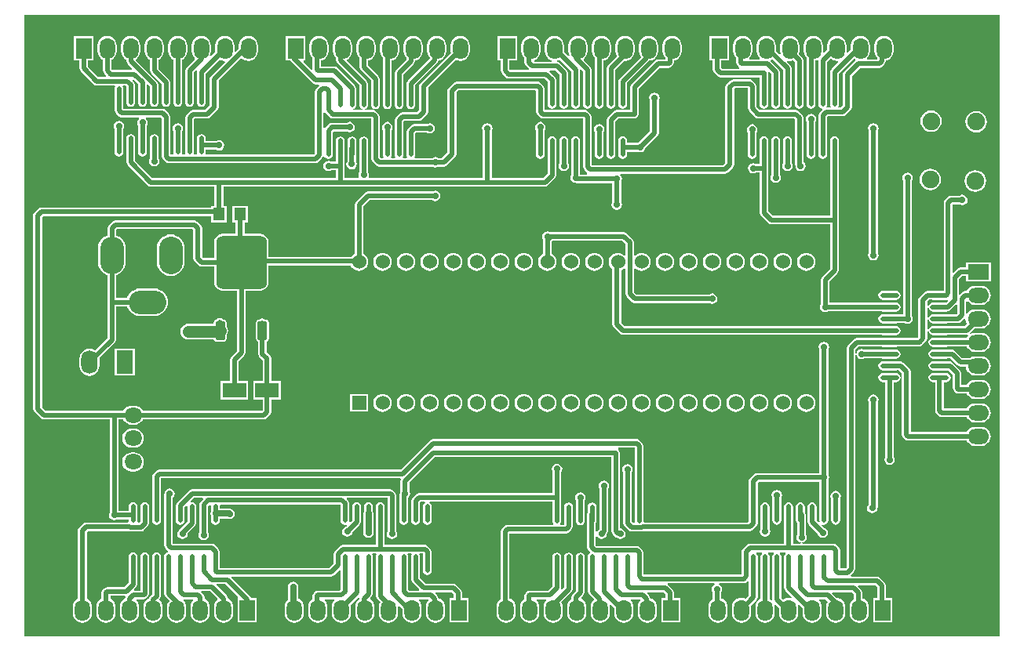
<source format=gtl>
%FSTAX23Y23*%
%MOIN*%
%SFA1B1*%

%IPPOS*%
%AMD21*
4,1,8,0.081200,0.112200,-0.081200,0.112200,-0.108300,0.085100,-0.108300,-0.085100,-0.081200,-0.112200,0.081200,-0.112200,0.108300,-0.085100,0.108300,0.085100,0.081200,0.112200,0.0*
1,1,0.054140,0.081200,0.085100*
1,1,0.054140,-0.081200,0.085100*
1,1,0.054140,-0.081200,-0.085100*
1,1,0.054140,0.081200,-0.085100*
%
%AMD22*
4,1,8,0.014800,0.039400,-0.014800,0.039400,-0.019700,0.034400,-0.019700,-0.034400,-0.014800,-0.039400,0.014800,-0.039400,0.019700,-0.034400,0.019700,0.034400,0.014800,0.039400,0.0*
1,1,0.009840,0.014800,0.034400*
1,1,0.009840,-0.014800,0.034400*
1,1,0.009840,-0.014800,-0.034400*
1,1,0.009840,0.014800,-0.034400*
%
%ADD18O,0.021650X0.078740*%
%ADD19R,0.100390X0.062990*%
%ADD20R,0.050000X0.055000*%
G04~CAMADD=21~8~0.0~0.0~2165.4~2244.1~270.7~0.0~15~0.0~0.0~0.0~0.0~0~0.0~0.0~0.0~0.0~0~0.0~0.0~0.0~0.0~2165.4~2244.1*
%ADD21D21*%
G04~CAMADD=22~8~0.0~0.0~393.7~787.4~49.2~0.0~15~0.0~0.0~0.0~0.0~0~0.0~0.0~0.0~0.0~0~0.0~0.0~0.0~0.0~393.7~787.4*
%ADD22D22*%
%ADD23O,0.078740X0.021650*%
%ADD43C,0.020000*%
%ADD44C,0.050000*%
%ADD45C,0.025000*%
%ADD46R,0.060000X0.060000*%
%ADD47C,0.060000*%
%ADD48O,0.065000X0.090000*%
%ADD49R,0.065000X0.090000*%
%ADD50R,0.070000X0.100000*%
%ADD51O,0.070000X0.100000*%
%ADD52O,0.075000X0.065000*%
%ADD53O,0.090000X0.065000*%
%ADD54R,0.090000X0.065000*%
%ADD55C,0.075000*%
%ADD56O,0.160000X0.100000*%
%ADD57O,0.100000X0.160000*%
%ADD58C,0.027560*%
%LNled_v2-1*%
%LPD*%
G36*
X05601Y01438D02*
X01458D01*
Y04081*
X05601*
Y01438*
G37*
%LNled_v2-2*%
%LPC*%
G36*
X0471Y03993D02*
X04699Y03991D01*
X04689Y03987*
X04681Y03981*
X04674Y03972*
X0467Y03963*
X04669Y03952*
Y03927*
X0467Y03917*
X04669Y03916*
X04665Y03915*
X0465Y0393*
Y03952*
X04649Y03963*
X04645Y03972*
X04638Y03981*
X0463Y03987*
X0462Y03991*
X0461Y03993*
X04599Y03991*
X04589Y03987*
X04581Y03981*
X04574Y03972*
X0457Y03963*
X04569Y03952*
Y03927*
X0457Y03916*
X04574Y03907*
X04581Y03898*
X04581Y03898*
X0458Y03893*
X04539*
X04538Y03898*
X04538Y03898*
X04545Y03907*
X04549Y03916*
X0455Y03927*
Y03952*
X04549Y03963*
X04545Y03972*
X04538Y03981*
X0453Y03987*
X0452Y03991*
X0451Y03993*
X04499Y03991*
X04489Y03987*
X04481Y03981*
X04474Y03972*
X0447Y03963*
X04469Y03952*
Y03927*
X0447Y03916*
X04474Y03907*
X04481Y03898*
X04481Y03898*
Y0388*
X04483Y03872*
X04487Y03867*
X04492Y03862*
X04493Y0386*
X04494Y03854*
X04494Y03853*
X04422*
X04418Y03857*
Y03887*
X0445*
Y03993*
X04369*
Y03887*
X04381*
Y0385*
X04383Y03842*
X04387Y03837*
X04402Y03822*
X04407Y03818*
X04415Y03816*
X04581*
Y03764*
X0458Y03759*
Y03702*
X04582Y03695*
X04586Y03689*
X04592Y03685*
X046Y03683*
X04607Y03685*
X04613Y03689*
X04617Y03695*
X04619Y03702*
Y03759*
X04618Y03764*
Y03835*
X04617Y03839*
X04622Y03841*
X04631Y03832*
Y03764*
X0463Y03759*
Y03702*
X04632Y03695*
X04636Y03689*
X04642Y03685*
X0465Y03683*
X04657Y03685*
X04663Y03689*
X04667Y03695*
X04669Y03702*
Y03759*
X04668Y03764*
Y0384*
X04666Y03847*
X04662Y03852*
X04629Y03886*
X0463Y03892*
X0463Y03892*
X04634Y03894*
X04681Y03847*
Y03764*
X0468Y03759*
Y03702*
X04682Y03695*
X04686Y03689*
X04692Y03685*
X047Y03683*
X04707Y03685*
X04713Y03689*
X04717Y03695*
X04719Y03702*
Y03759*
X04718Y03764*
Y03855*
X04716Y03862*
X04712Y03867*
X04697Y03883*
X04698Y03886*
X047Y03887*
X0471Y03886*
X0472Y03888*
X04724Y03889*
X04731Y03882*
Y03764*
X0473Y03759*
Y03702*
X04732Y03695*
X04736Y03689*
X04742Y03685*
X0475Y03683*
X04757Y03685*
X04763Y03689*
X04767Y03695*
X04769Y03702*
Y03759*
X04768Y03764*
Y0389*
X04766Y03897*
X04762Y03902*
X04749Y03916*
X04749Y03916*
X0475Y03927*
Y03952*
X04749Y03963*
X04745Y03972*
X04738Y03981*
X0473Y03987*
X0472Y03991*
X0471Y03993*
G37*
G36*
X0381D02*
X03799Y03991D01*
X03789Y03987*
X03781Y03981*
X03774Y03972*
X0377Y03963*
X03769Y03952*
Y03927*
X0377Y03916*
X03773Y03909*
X03769Y03906*
X0375Y03925*
X0375Y03927*
Y03952*
X03749Y03963*
X03745Y03972*
X03738Y03981*
X0373Y03987*
X0372Y03991*
X0371Y03993*
X03699Y03991*
X03689Y03987*
X03681Y03981*
X03674Y03972*
X0367Y03963*
X03669Y03952*
Y03927*
X0367Y03916*
X03674Y03907*
X03681Y03898*
X03689Y03892*
X03699Y03888*
X03698Y03883*
X03627*
X03626Y03884*
X03627Y03891*
X0363Y03892*
X03638Y03898*
X03645Y03907*
X03649Y03916*
X0365Y03927*
Y03952*
X03649Y03963*
X03645Y03972*
X03638Y03981*
X0363Y03987*
X0362Y03991*
X0361Y03993*
X03599Y03991*
X03589Y03987*
X03581Y03981*
X03574Y03972*
X0357Y03963*
X03569Y03952*
Y03927*
X0357Y03916*
X03574Y03907*
X03581Y03898*
X03581Y03898*
Y0388*
X03583Y03872*
X03587Y03867*
X036Y03853*
X03598Y03848*
X03522*
X03518Y03852*
Y03887*
X0355*
Y03993*
X03469*
Y03887*
X03481*
Y03845*
X03483Y03837*
X03487Y03832*
X03502Y03817*
X03507Y03813*
X03515Y03811*
X03667*
X03681Y03797*
Y03764*
X0368Y03759*
Y03702*
X03682Y03695*
X03686Y03689*
X03692Y03685*
X037Y03683*
X03707Y03685*
X03713Y03689*
X03717Y03695*
X03719Y03702*
Y03759*
X03718Y03764*
Y03805*
X03716Y03812*
X03712Y03817*
X03689Y03841*
X03691Y03846*
X03712*
X03731Y03827*
Y03764*
X0373Y03759*
Y03702*
X03732Y03695*
X03736Y03689*
X03742Y03685*
X0375Y03683*
X03757Y03685*
X03763Y03689*
X03767Y03695*
X03769Y03702*
Y03759*
X03768Y03764*
Y03835*
X03766Y03842*
X03762Y03847*
X03732Y03877*
X03727Y03881*
X03721Y03883*
X0372Y03888*
X0373Y03892*
X03731Y03892*
X03781Y03842*
Y03764*
X0378Y03759*
Y03702*
X03782Y03695*
X03786Y03689*
X03792Y03685*
X038Y03683*
X03807Y03685*
X03813Y03689*
X03817Y03695*
X03819Y03702*
Y03759*
X03818Y03764*
Y03848*
X03821Y0385*
X03823Y0385*
X03831Y03842*
Y03764*
X0383Y03759*
Y03702*
X03832Y03695*
X03836Y03689*
X03842Y03685*
X0385Y03683*
X03857Y03685*
X03863Y03689*
X03867Y03695*
X03869Y03702*
Y03759*
X03868Y03764*
Y0385*
X03866Y03857*
X03862Y03862*
X03835Y0389*
X03835Y03895*
X03838Y03898*
X03845Y03907*
X03849Y03916*
X0385Y03927*
Y03952*
X03849Y03963*
X03845Y03972*
X03838Y03981*
X0383Y03987*
X0382Y03991*
X0381Y03993*
G37*
G36*
X0511D02*
X05099Y03991D01*
X05089Y03987*
X05081Y03981*
X05074Y03972*
X0507Y03963*
X05069Y03952*
Y03927*
X0507Y03916*
X05074Y03907*
X05081Y03898*
X05081Y03898*
Y03893*
X05039*
X05038Y03898*
X05038Y03898*
X05045Y03907*
X05049Y03916*
X0505Y03927*
Y03952*
X05049Y03963*
X05045Y03972*
X05038Y03981*
X0503Y03987*
X0502Y03991*
X0501Y03993*
X04999Y03991*
X04989Y03987*
X04981Y03981*
X04974Y03972*
X0497Y03963*
X04969Y03952*
Y03935*
X04955Y0392*
X0495Y03923*
X0495Y03927*
Y03952*
X04949Y03963*
X04945Y03972*
X04938Y03981*
X0493Y03987*
X0492Y03991*
X0491Y03993*
X04899Y03991*
X04889Y03987*
X04881Y03981*
X04874Y03972*
X0487Y03963*
X04869Y03952*
Y03935*
X04855Y0392*
X0485Y03923*
X0485Y03927*
Y03952*
X04849Y03963*
X04845Y03972*
X04838Y03981*
X0483Y03987*
X0482Y03991*
X0481Y03993*
X04799Y03991*
X04789Y03987*
X04781Y03981*
X04774Y03972*
X0477Y03963*
X04769Y03952*
Y03927*
X0477Y03916*
X04774Y03907*
X04781Y03898*
X04781Y03898*
Y03764*
X0478Y03759*
Y03702*
X04782Y03695*
X04786Y03689*
X04792Y03685*
X048Y03683*
X04807Y03685*
X04813Y03689*
X04817Y03695*
X04819Y03702*
Y03759*
X04818Y03764*
Y03887*
X0482Y03888*
X04826Y0389*
X04827Y0389*
X04831Y03887*
Y03764*
X0483Y03759*
Y03702*
X04832Y03695*
X04836Y03689*
X04842Y03685*
X04846Y03684*
X04847Y03678*
X04837Y03667*
X04833Y03662*
X04831Y03655*
Y03551*
X0483Y03547*
Y0349*
X04832Y03482*
X04836Y03476*
X04842Y03472*
X0485Y0347*
X04857Y03472*
X04863Y03476*
X04867Y03482*
X04869Y0349*
Y03547*
X04868Y03551*
Y03647*
X04872Y03651*
X04935*
X04942Y03653*
X04947Y03657*
X04967Y03677*
X04971Y03682*
X04973Y0369*
Y03822*
X05007Y03856*
X0509*
X05097Y03858*
X05102Y03862*
X05112Y03872*
X05116Y03877*
X05118Y03885*
Y03887*
X0512Y03888*
X0513Y03892*
X05138Y03898*
X05145Y03907*
X05149Y03916*
X0515Y03927*
Y03952*
X05149Y03963*
X05145Y03972*
X05138Y03981*
X0513Y03987*
X0512Y03991*
X0511Y03993*
G37*
G36*
X0401D02*
X03999Y03991D01*
X03989Y03987*
X03981Y03981*
X03974Y03972*
X0397Y03963*
X03969Y03952*
Y03927*
X0397Y03916*
X03974Y03907*
X03975Y03906*
X03937Y03867*
X03933Y03862*
X03931Y03855*
Y03764*
X0393Y03759*
Y03702*
X03932Y03695*
X03936Y03689*
X03942Y03685*
X0395Y03683*
X03957Y03685*
X03963Y03689*
X03967Y03695*
X03969Y03702*
Y03759*
X03968Y03764*
Y03847*
X04007Y03886*
X0401Y03886*
X0402Y03888*
X0403Y03892*
X04038Y03898*
X04045Y03907*
X04049Y03916*
X0405Y03927*
Y03952*
X04049Y03963*
X04045Y03972*
X04038Y03981*
X0403Y03987*
X0402Y03991*
X0401Y03993*
G37*
G36*
X0211D02*
X02099Y03991D01*
X02089Y03987*
X02081Y03981*
X02074Y03972*
X0207Y03963*
X02069Y03952*
Y03927*
X0207Y03916*
X02074Y03907*
X02081Y03898*
X02089Y03892*
X02091Y03891*
Y03772*
X0209Y03768*
Y03711*
X02092Y03704*
X02096Y03697*
X02102Y03693*
X0211Y03692*
X02117Y03693*
X02123Y03697*
X02127Y03704*
X02129Y03711*
Y03768*
X02128Y03772*
Y03891*
X0213Y03892*
X02138Y03898*
X02145Y03907*
X02149Y03916*
X0215Y03927*
Y03952*
X02149Y03963*
X02145Y03972*
X02138Y03981*
X0213Y03987*
X0212Y03991*
X0211Y03993*
G37*
G36*
X0201D02*
X01999Y03991D01*
X01989Y03987*
X01981Y03981*
X01974Y03972*
X0197Y03963*
X01969Y03952*
Y03927*
X0197Y03916*
X01974Y03907*
X01981Y03898*
X01989Y03892*
X01991Y03891*
Y03845*
X01993Y03837*
X01997Y03832*
X02041Y03787*
Y03772*
X0204Y03768*
Y03711*
X02042Y03704*
X02046Y03697*
X02052Y03693*
X0206Y03692*
X02067Y03693*
X02073Y03697*
X02077Y03704*
X02079Y03711*
Y03768*
X02078Y03772*
Y03795*
X02076Y03802*
X02072Y03807*
X02028Y03852*
Y03891*
X0203Y03892*
X02038Y03898*
X02045Y03907*
X02049Y03916*
X0205Y03927*
Y03952*
X02049Y03963*
X02045Y03972*
X02038Y03981*
X0203Y03987*
X0202Y03991*
X0201Y03993*
G37*
G36*
X0411D02*
X04099Y03991D01*
X04089Y03987*
X04081Y03981*
X04074Y03972*
X0407Y03963*
X04069Y03952*
Y03927*
X0407Y03916*
X04074Y03907*
X04077Y03903*
X03987Y03812*
X03983Y03807*
X03981Y038*
Y03764*
X0398Y03759*
Y03702*
X03982Y03695*
X03986Y03689*
X03992Y03685*
X04Y03683*
X04007Y03685*
X04013Y03689*
X04017Y03695*
X04019Y03702*
Y03759*
X04018Y03764*
Y03792*
X04112Y03887*
X04112Y03887*
X0412Y03888*
X0413Y03892*
X04138Y03898*
X04145Y03907*
X04149Y03916*
X0415Y03927*
Y03952*
X04149Y03963*
X04145Y03972*
X04138Y03981*
X0413Y03987*
X0412Y03991*
X0411Y03993*
G37*
G36*
X0391D02*
X03899Y03991D01*
X03889Y03987*
X03881Y03981*
X03874Y03972*
X0387Y03963*
X03869Y03952*
Y03927*
X0387Y03916*
X03874Y03907*
X03881Y03898*
X03881Y03898*
Y03764*
X0388Y03759*
Y03702*
X03882Y03695*
X03886Y03689*
X03892Y03685*
X039Y03683*
X03907Y03685*
X03913Y03689*
X03917Y03695*
X03919Y03702*
Y03759*
X03918Y03764*
Y03887*
X0392Y03888*
X0393Y03892*
X03938Y03898*
X03945Y03907*
X03949Y03916*
X0395Y03927*
Y03952*
X03949Y03963*
X03945Y03972*
X03938Y03981*
X0393Y03987*
X0392Y03991*
X0391Y03993*
G37*
G36*
X0321D02*
X03199Y03991D01*
X03189Y03987*
X03181Y03981*
X03174Y03972*
X0317Y03963*
X03169Y03952*
Y03927*
X0317Y03916*
X03174Y03907*
X03181Y03898*
X03178Y03894*
X03087Y03802*
X03083Y03797*
X03081Y0379*
Y03762*
X0308Y03758*
Y03701*
X03082Y03694*
X03086Y03687*
X03092Y03683*
X031Y03682*
X03107Y03683*
X03113Y03687*
X03117Y03694*
X03119Y03701*
Y03758*
X03118Y03762*
Y03782*
X03212Y03877*
X03216Y03882*
X03217Y03887*
X0322Y03888*
X0323Y03892*
X03238Y03898*
X03245Y03907*
X03249Y03916*
X0325Y03927*
Y03952*
X03249Y03963*
X03245Y03972*
X03238Y03981*
X0323Y03987*
X0322Y03991*
X0321Y03993*
G37*
G36*
X0311D02*
X03099Y03991D01*
X03089Y03987*
X03081Y03981*
X03074Y03972*
X0307Y03963*
X03069Y03952*
Y03927*
X0307Y03916*
X03074Y03907*
X03081Y03898*
X03081Y03898*
Y03892*
X03037Y03847*
X03033Y03842*
X03031Y03835*
Y03762*
X0303Y03758*
Y03701*
X03032Y03694*
X03036Y03687*
X03042Y03683*
X0305Y03682*
X03057Y03683*
X03063Y03687*
X03067Y03694*
X03069Y03701*
Y03758*
X03068Y03762*
Y03827*
X03112Y03872*
X03116Y03877*
X03118Y03885*
Y03887*
X0312Y03888*
X0313Y03892*
X03138Y03898*
X03145Y03907*
X03149Y03916*
X0315Y03927*
Y03952*
X03149Y03963*
X03145Y03972*
X03138Y03981*
X0313Y03987*
X0312Y03991*
X0311Y03993*
G37*
G36*
X0301D02*
X02999Y03991D01*
X02989Y03987*
X02981Y03981*
X02974Y03972*
X0297Y03963*
X02969Y03952*
Y03927*
X0297Y03916*
X02974Y03907*
X02981Y03898*
X02981Y03898*
Y03762*
X0298Y03758*
Y03701*
X02982Y03694*
X02986Y03687*
X02992Y03683*
X03Y03682*
X03007Y03683*
X03013Y03687*
X03017Y03694*
X03019Y03701*
Y03758*
X03018Y03762*
Y03887*
X0302Y03888*
X0303Y03892*
X03038Y03898*
X03045Y03907*
X03049Y03916*
X0305Y03927*
Y03952*
X03049Y03963*
X03045Y03972*
X03038Y03981*
X0303Y03987*
X0302Y03991*
X0301Y03993*
G37*
G36*
X0291D02*
X02899Y03991D01*
X02889Y03987*
X02881Y03981*
X02874Y03972*
X0287Y03963*
X02869Y03952*
Y03927*
X0287Y03916*
X02874Y03907*
X02881Y03898*
X02881Y03898*
Y0386*
X02883Y03852*
X02887Y03847*
X02931Y03802*
Y03762*
X0293Y03758*
Y03701*
X02932Y03694*
X02936Y03687*
X02942Y03683*
X0295Y03682*
X02957Y03683*
X02963Y03687*
X02967Y03694*
X02969Y03701*
Y03758*
X02968Y03762*
Y0381*
X02966Y03817*
X02962Y03822*
X02918Y03867*
Y03887*
X0292Y03888*
X0293Y03892*
X02938Y03898*
X02945Y03907*
X02949Y03916*
X0295Y03927*
Y03952*
X02949Y03963*
X02945Y03972*
X02938Y03981*
X0293Y03987*
X0292Y03991*
X0291Y03993*
G37*
G36*
X0531Y03675D02*
X05298Y03674D01*
X05287Y03669*
X05277Y03662*
X0527Y03652*
X05265Y03641*
X05264Y0363*
X05265Y03618*
X0527Y03607*
X05277Y03597*
X05287Y0359*
X05298Y03585*
X0531Y03584*
X05321Y03585*
X05332Y0359*
X05342Y03597*
X05349Y03607*
X05354Y03618*
X05355Y0363*
X05354Y03641*
X05349Y03652*
X05342Y03662*
X05332Y03669*
X05321Y03674*
X0531Y03675*
G37*
G36*
X05502Y03672D02*
X0549Y03671D01*
X05479Y03666*
X05469Y03659*
X05462Y03649*
X05457Y03638*
X05456Y03627*
X05457Y03615*
X05462Y03604*
X05469Y03594*
X05479Y03587*
X0549Y03582*
X05502Y03581*
X05513Y03582*
X05524Y03587*
X05534Y03594*
X05541Y03604*
X05546Y03615*
X05547Y03627*
X05546Y03638*
X05541Y03649*
X05534Y03659*
X05524Y03666*
X05513Y03671*
X05502Y03672*
G37*
G36*
X04135Y03752D02*
X04126Y0375D01*
X04119Y03745*
X04114Y03738*
X04112Y0373*
X04114Y03721*
X04116Y03718*
Y03587*
X0407Y03541*
X04066Y0354*
X04061Y03537*
X04019*
Y03547*
X04017Y03554*
X04013Y0356*
X04007Y03564*
X04Y03566*
X03992Y03564*
X03986Y0356*
X03982Y03554*
X0398Y03547*
Y0349*
X03982Y03482*
X03986Y03476*
X03992Y03472*
X04Y0347*
X04007Y03472*
X04013Y03476*
X04017Y03482*
X04019Y0349*
Y035*
X04065*
X04066Y03499*
X04075Y03497*
X04083Y03499*
X0409Y03504*
X04095Y03511*
X04096Y03515*
X04147Y03567*
X04151Y03572*
X04153Y0358*
Y03718*
X04155Y03721*
X04157Y0373*
X04155Y03738*
X0415Y03745*
X04143Y0375*
X04135Y03752*
G37*
G36*
X0186Y03632D02*
X01851Y0363D01*
X01844Y03625*
X01839Y03618*
X01837Y0361*
X01839Y03601*
X01841Y03598*
Y0356*
X0184Y03555*
Y03498*
X01842Y03491*
X01846Y03485*
X01852Y03481*
X0186Y03479*
X01867Y03481*
X01873Y03485*
X01877Y03491*
X01879Y03498*
Y03555*
X01878Y0356*
Y03598*
X0188Y03601*
X01882Y0361*
X0188Y03618*
X01875Y03625*
X01868Y0363*
X0186Y03632*
G37*
G36*
X0331Y03993D02*
X03299Y03991D01*
X03289Y03987*
X03281Y03981*
X03274Y03972*
X0327Y03963*
X03269Y03952*
Y03927*
X0327Y0392*
X03142Y03792*
X03138Y03787*
X03136Y0378*
Y03677*
X03127Y03668*
X03065*
X03057Y03666*
X03052Y03662*
X03037Y03647*
X03033Y03642*
X03031Y03635*
Y0355*
X0303Y03545*
Y03488*
X03032Y03481*
X03034Y03478*
X03031Y03473*
X03018*
X03015Y03478*
X03017Y03481*
X03019Y03488*
Y03545*
X03018Y0355*
Y03593*
X0302Y03596*
X03022Y03605*
X0302Y03613*
X03015Y0362*
X03008Y03625*
X03Y03627*
X02991Y03625*
X02984Y0362*
X02979Y03613*
X02977Y03605*
X02979Y03596*
X02981Y03593*
Y0355*
X0298Y03545*
Y03488*
X02982Y03481*
X02984Y03478*
X02981Y03473*
X02972*
X02968Y03477*
Y03484*
X02969Y03488*
Y03545*
X02968Y0355*
Y0365*
X02966Y03657*
X02962Y03662*
X02952Y03672*
X02947Y03676*
X0294Y03678*
X02905*
X02905Y03683*
X02907Y03683*
X02913Y03687*
X02917Y03694*
X02919Y03701*
Y03758*
X02918Y03762*
Y0379*
X02916Y03797*
X02912Y03802*
X02828Y03887*
X02829Y03891*
X0283Y03892*
X02838Y03898*
X02845Y03907*
X02849Y03916*
X0285Y03927*
Y03952*
X02849Y03963*
X02845Y03972*
X02838Y03981*
X0283Y03987*
X0282Y03991*
X0281Y03993*
X02799Y03991*
X02789Y03987*
X02781Y03981*
X02774Y03972*
X0277Y03963*
X02769Y03952*
Y03927*
X0277Y03916*
X02774Y03907*
X02781Y03898*
X02781Y03898*
Y0389*
X02783Y03882*
X02787Y03877*
X02881Y03782*
Y03762*
X0288Y03758*
Y03701*
X02882Y03694*
X02886Y03687*
X02892Y03683*
X02894Y03683*
X02894Y03678*
X02855*
X02855Y03683*
X02857Y03683*
X02863Y03687*
X02867Y03694*
X02869Y03701*
Y03758*
X02868Y03762*
Y0377*
X02866Y03777*
X02862Y03782*
X02787Y03857*
X02782Y03861*
X02775Y03863*
X02718*
Y03887*
X0272Y03888*
X0273Y03892*
X02738Y03898*
X02745Y03907*
X02749Y03916*
X0275Y03927*
Y03952*
X02749Y03963*
X02745Y03972*
X02738Y03981*
X0273Y03987*
X0272Y03991*
X0271Y03993*
X02699Y03991*
X02689Y03987*
X02681Y03981*
X02674Y03972*
X0267Y03963*
X02669Y03952*
Y03927*
X0267Y03916*
X02674Y03907*
X02681Y03898*
X02681Y03898*
Y03851*
X02678Y03849*
X02676Y03849*
X02643Y03882*
X02645Y03887*
X0265*
Y03993*
X02569*
Y03887*
X02587*
X02682Y03792*
X02687Y03788*
X02695Y03786*
X02708*
X0271Y03781*
X02697Y03767*
X02693Y03762*
X02691Y03755*
Y03492*
X02687Y03488*
X02231*
X02228Y03493*
X02229Y03498*
Y03509*
X02273*
X02277Y03506*
X02285Y03505*
X02294Y03506*
X02301Y03511*
X02306Y03518*
X02307Y03527*
X02306Y03535*
X02301Y03543*
X02294Y03547*
X02285Y03549*
X02277Y03547*
X02273Y03545*
X02229*
Y03555*
X02227Y03563*
X02223Y03569*
X02217Y03573*
X0221Y03575*
X02202Y03573*
X02196Y03569*
X02192Y03563*
X0219Y03555*
Y03498*
X02191Y03493*
X02188Y03488*
X02181*
X02178Y03493*
X02179Y03498*
Y03555*
X02178Y0356*
Y03637*
X02182Y03641*
X02235*
X02242Y03643*
X02247Y03647*
X02277Y03677*
X02281Y03682*
X02283Y0369*
Y03802*
X02379Y03898*
X02381Y03898*
X02389Y03892*
X02399Y03888*
X0241Y03886*
X0242Y03888*
X0243Y03892*
X02438Y03898*
X02445Y03907*
X02449Y03916*
X0245Y03927*
Y03952*
X02449Y03963*
X02445Y03972*
X02438Y03981*
X0243Y03987*
X0242Y03991*
X0241Y03993*
X02399Y03991*
X02389Y03987*
X02381Y03981*
X02374Y03972*
X0237Y03963*
X02369Y03952*
Y0394*
X02355Y03926*
X0235Y03928*
Y03952*
X02349Y03963*
X02345Y03972*
X02338Y03981*
X0233Y03987*
X0232Y03991*
X0231Y03993*
X02299Y03991*
X02289Y03987*
X02281Y03981*
X02274Y03972*
X0227Y03963*
X02269Y03952*
Y03927*
X02269Y03925*
X0225Y03906*
X02246Y03909*
X02249Y03916*
X0225Y03927*
Y03952*
X02249Y03963*
X02245Y03972*
X02238Y03981*
X0223Y03987*
X0222Y03991*
X0221Y03993*
X02199Y03991*
X02189Y03987*
X02181Y03981*
X02174Y03972*
X0217Y03963*
X02169Y03952*
Y03927*
X0217Y03916*
X02174Y03907*
X02181Y03898*
X02181Y03898*
X02182Y03893*
X02147Y03857*
X02143Y03852*
X02141Y03845*
Y03772*
X0214Y03768*
Y03711*
X02142Y03704*
X02146Y03697*
X02152Y03693*
X0216Y03692*
X02167Y03693*
X02173Y03697*
X02177Y03704*
X02179Y03711*
Y03768*
X02178Y03772*
Y03837*
X02187Y03846*
X02188Y03846*
X02192Y03844*
X02191Y0384*
Y03772*
X0219Y03768*
Y03711*
X02192Y03704*
X02196Y03697*
X02202Y03693*
X0221Y03692*
X02217Y03693*
X02223Y03697*
X02227Y03704*
X02229Y03711*
Y03768*
X02228Y03772*
Y03832*
X02288Y03892*
X02289Y03892*
X02299Y03888*
X02308Y03886*
X02311Y03882*
X02252Y03822*
X02248Y03817*
X02246Y0381*
Y03697*
X02227Y03678*
X02175*
X02167Y03676*
X02162Y03672*
X02147Y03657*
X02143Y03652*
X02141Y03645*
Y0356*
X0214Y03555*
Y03498*
X02141Y03493*
X02138Y03488*
X02131*
X02128Y03493*
X02129Y03498*
Y03555*
X02128Y0356*
Y03588*
X0213Y03591*
X02132Y036*
X0213Y03608*
X02125Y03615*
X02118Y0362*
X0211Y03622*
X02101Y0362*
X02094Y03615*
X02089Y03608*
X02087Y036*
X02089Y03591*
X02091Y03588*
Y0356*
X0209Y03555*
Y03498*
X02091Y03493*
X02088Y03488*
X02078*
Y03494*
X02079Y03498*
Y03555*
X02078Y0356*
Y0365*
X02076Y03657*
X02072Y03662*
X02057Y03677*
X02052Y03681*
X02045Y03683*
X01878*
Y03707*
X01879Y03711*
Y03768*
X01877Y03775*
X01876Y03777*
X01879Y03781*
X01887*
X01891Y03777*
Y03772*
X0189Y03768*
Y03711*
X01892Y03704*
X01896Y03697*
X01902Y03693*
X0191Y03692*
X01917Y03693*
X01923Y03697*
X01927Y03704*
X01929Y03711*
Y03768*
X01928Y03772*
Y03785*
X01926Y03792*
X01922Y03797*
X01917Y03803*
X01919Y03808*
X0192Y03808*
X01941Y03787*
Y03772*
X0194Y03768*
Y03711*
X01942Y03704*
X01946Y03697*
X01952Y03693*
X0196Y03692*
X01967Y03693*
X01973Y03697*
X01977Y03704*
X01979Y03711*
Y03768*
X01978Y03772*
Y03784*
X01982Y03786*
X01991Y03777*
Y03772*
X0199Y03768*
Y03711*
X01992Y03704*
X01996Y03697*
X02002Y03693*
X0201Y03692*
X02017Y03693*
X02023Y03697*
X02027Y03704*
X02029Y03711*
Y03768*
X02028Y03772*
Y03785*
X02026Y03792*
X02022Y03797*
X01932Y03888*
X01933Y03894*
X01938Y03898*
X01945Y03907*
X01949Y03916*
X0195Y03927*
Y03952*
X01949Y03963*
X01945Y03972*
X01938Y03981*
X0193Y03987*
X0192Y03991*
X0191Y03993*
X01899Y03991*
X01889Y03987*
X01881Y03981*
X01874Y03972*
X0187Y03963*
X01869Y03952*
Y03927*
X0187Y03916*
X01874Y03907*
X01881Y03898*
X01889Y03892*
X01891Y03891*
Y03885*
X01893Y03877*
X01897Y03872*
X01916Y03852*
X01914Y03848*
X01832*
X01828Y03852*
Y03891*
X0183Y03892*
X01838Y03898*
X01845Y03907*
X01849Y03916*
X0185Y03927*
Y03952*
X01849Y03963*
X01845Y03972*
X01838Y03981*
X0183Y03987*
X0182Y03991*
X0181Y03993*
X01799Y03991*
X01789Y03987*
X01781Y03981*
X01774Y03972*
X0177Y03963*
X01769Y03952*
Y03927*
X0177Y03916*
X01774Y03907*
X01781Y03898*
X01789Y03892*
X01791Y03891*
Y03845*
X01793Y03837*
X01797Y03832*
X01806Y03822*
X01804Y03818*
X01772*
X01728Y03862*
Y03887*
X0175*
Y03993*
X01669*
Y03887*
X01691*
Y03855*
X01693Y03847*
X01697Y03842*
X01752Y03787*
X01757Y03783*
X01765Y03781*
X0184*
X01843Y03777*
X01842Y03775*
X0184Y03768*
Y03711*
X01841Y03707*
Y03675*
X01843Y03667*
X01847Y03662*
X01857Y03652*
X01862Y03648*
X0187Y03646*
X01944*
X01945Y03641*
X01944Y0364*
X01939Y03633*
X01937Y03625*
X01939Y03616*
X01941Y03613*
Y0356*
X0194Y03555*
Y03498*
X01942Y03491*
X01946Y03485*
X01952Y03481*
X0196Y03479*
X01967Y03481*
X01973Y03485*
X01977Y03491*
X01979Y03498*
Y03555*
X01978Y0356*
Y03613*
X0198Y03616*
X01982Y03625*
X0198Y03633*
X01975Y0364*
X01974Y03641*
X01975Y03646*
X02037*
X02041Y03642*
Y0356*
X0204Y03555*
Y03498*
X02041Y03494*
Y0348*
X02043Y03472*
X02047Y03467*
X02057Y03457*
X02062Y03453*
X0207Y03451*
X02695*
X02702Y03453*
X02707Y03457*
X02722Y03472*
X02726Y03477*
X02727Y0348*
X0273Y03481*
X02732Y0348*
X02736Y03475*
X02742Y03471*
X0275Y03469*
X02757Y03471*
X02763Y03475*
X02767Y03481*
X02769Y03488*
Y03545*
X02768Y0355*
Y03582*
X02772Y03586*
X02828*
X02831Y03584*
X0284Y03582*
X02848Y03584*
X02855Y03589*
X0286Y03596*
X02862Y03605*
X0286Y03613*
X02855Y0362*
X02848Y03625*
X0284Y03627*
X02831Y03625*
X02828Y03623*
X02765*
X02757Y03621*
X02752Y03617*
X02737Y03602*
X02735Y03601*
X02729Y036*
X02728Y036*
Y03667*
X02729Y03667*
X02735Y03666*
X02737Y03665*
X02755Y03647*
X0276Y03643*
X02768Y03641*
X02931*
Y0355*
X0293Y03545*
Y03488*
X02931Y03484*
Y0347*
X02933Y03462*
X02937Y03457*
X02952Y03442*
X02957Y03438*
X02965Y03436*
X03193*
X03195Y03435*
X03204Y03433*
X03212Y03435*
X03214Y03436*
X0324*
X03247Y03438*
X03252Y03442*
X03287Y03477*
X03291Y03482*
X03293Y0349*
Y03752*
X03302Y03761*
X03629*
X0363Y03759*
Y03702*
X03631Y03698*
Y0367*
X03633Y03662*
X03637Y03657*
X03647Y03647*
X03652Y03643*
X0366Y03641*
X03831*
Y03551*
X0383Y03547*
Y0349*
X03831Y03485*
Y03435*
X03833Y03427*
X03837Y03422*
X03847Y03412*
X03848Y0341*
X03849Y03404*
X03849Y03403*
X03818*
Y03485*
X03819Y0349*
Y03547*
X03817Y03554*
X03813Y0356*
X03807Y03564*
X038Y03566*
X03792Y03564*
X03786Y0356*
X03782Y03554*
X0378Y03547*
Y0349*
X03781Y03485*
Y03401*
X03779Y03398*
X03777Y0339*
X03779Y03381*
X03784Y03374*
X03791Y03369*
X03797Y03368*
X03797Y03368*
X03805Y03366*
X03956*
Y03286*
X03954Y03283*
X03952Y03275*
X03954Y03266*
X03959Y03259*
X03966Y03254*
X03975Y03252*
X03983Y03254*
X0399Y03259*
X03995Y03266*
X03997Y03275*
X03995Y03283*
X03993Y03286*
Y03373*
X03995Y03376*
X03997Y03385*
X03995Y03393*
X0399Y034*
X03989Y03401*
X0399Y03406*
X04435*
X04442Y03408*
X04447Y03412*
X04467Y03432*
X04471Y03437*
X04473Y03445*
Y03767*
X04477Y03771*
X04531*
Y03764*
X0453Y03759*
Y03702*
X04531Y03698*
Y03685*
X04533Y03677*
X04537Y03672*
X04562Y03647*
X04567Y03643*
X04575Y03641*
X04727*
X04731Y03637*
Y03551*
X0473Y03547*
Y0349*
X04731Y03485*
Y03445*
X04733Y03437*
X04733Y03437*
X04734Y03431*
X04739Y03424*
X04746Y03419*
X04755Y03417*
X04763Y03419*
X0477Y03424*
X04775Y03431*
X04777Y0344*
X04775Y03448*
X0477Y03455*
X04768Y03457*
Y03485*
X04769Y0349*
Y03547*
X04768Y03551*
Y03645*
X04766Y03652*
X04762Y03657*
X04747Y03672*
X04742Y03676*
X04735Y03678*
X04582*
X04568Y03692*
Y03698*
X04569Y03702*
Y03759*
X04568Y03764*
Y0378*
X04566Y03787*
X04562Y03792*
X04552Y03802*
X04547Y03806*
X0454Y03808*
X0447*
X04462Y03806*
X04457Y03802*
X04442Y03787*
X04438Y03782*
X04436Y03775*
Y03452*
X04427Y03443*
X03868*
Y03485*
X03869Y0349*
Y03547*
X03868Y03551*
Y0365*
X03866Y03657*
X03862Y03662*
X03852Y03672*
X03847Y03676*
X0384Y03678*
X03668*
Y03698*
X03669Y03702*
Y03759*
X03668Y03764*
Y0377*
X03666Y03777*
X03662Y03782*
X03652Y03792*
X03647Y03796*
X0364Y03798*
X03295*
X03287Y03796*
X03282Y03792*
X03262Y03772*
X03258Y03767*
X03256Y0376*
Y03497*
X03232Y03473*
X03217*
X03212Y03476*
X03204Y03478*
X03195Y03476*
X0319Y03473*
X03118*
X03115Y03478*
X03117Y03481*
X03119Y03488*
Y03545*
X03118Y0355*
Y03577*
X03122Y03581*
X03168*
X03171Y03579*
X0318Y03577*
X03188Y03579*
X03195Y03584*
X032Y03591*
X03202Y036*
X032Y03608*
X03195Y03615*
X03188Y0362*
X0318Y03622*
X03171Y0362*
X03168Y03618*
X03115*
X03107Y03616*
X03102Y03612*
X03087Y03597*
X03083Y03592*
X03081Y03585*
Y0355*
X0308Y03545*
Y03488*
X03082Y03481*
X03084Y03478*
X03081Y03473*
X03068*
X03065Y03478*
X03067Y03481*
X03069Y03488*
Y03545*
X03068Y0355*
Y03627*
X03072Y03631*
X03135*
X03142Y03633*
X03147Y03637*
X03167Y03657*
X03171Y03662*
X03173Y0367*
Y03772*
X03292Y03891*
X03299Y03888*
X0331Y03886*
X0332Y03888*
X0333Y03892*
X03338Y03898*
X03345Y03907*
X03349Y03916*
X0335Y03927*
Y03952*
X03349Y03963*
X03345Y03972*
X03338Y03981*
X0333Y03987*
X0332Y03991*
X0331Y03993*
G37*
G36*
X048Y03662D02*
X04791Y0366D01*
X04784Y03655*
X04779Y03648*
X04777Y0364*
X04779Y03631*
X04781Y03628*
Y03551*
X0478Y03547*
Y0349*
X04782Y03482*
X04786Y03476*
X04792Y03472*
X048Y0347*
X04807Y03472*
X04813Y03476*
X04817Y03482*
X04819Y0349*
Y03547*
X04818Y03551*
Y03628*
X0482Y03631*
X04822Y0364*
X0482Y03648*
X04815Y03655*
X04808Y0366*
X048Y03662*
G37*
G36*
X0455Y03617D02*
X04541Y03615D01*
X04534Y0361*
X04529Y03603*
X04527Y03595*
X04529Y03586*
X04531Y03583*
Y03551*
X0453Y03547*
Y0349*
X04532Y03482*
X04536Y03476*
X04542Y03472*
X0455Y0347*
X04557Y03472*
X04563Y03476*
X04567Y03482*
X04569Y0349*
Y03547*
X04568Y03551*
Y03583*
X0457Y03586*
X04572Y03595*
X0457Y03603*
X04565Y0361*
X04558Y03615*
X0455Y03617*
G37*
G36*
X0421Y03993D02*
X04199Y03991D01*
X04189Y03987*
X04181Y03981*
X04174Y03972*
X0417Y03963*
X04169Y03952*
Y03927*
X0417Y03916*
X04174Y03907*
X04181Y03898*
X04181Y03898*
Y03893*
X0415*
X04142Y03891*
X04137Y03887*
X04037Y03787*
X04033Y03782*
X04031Y03775*
Y03678*
X03975*
X03967Y03676*
X03962Y03672*
X03937Y03647*
X03933Y03642*
X03931Y03635*
Y03551*
X0393Y03547*
Y0349*
X03932Y03482*
X03936Y03476*
X03942Y03472*
X0395Y0347*
X03957Y03472*
X03963Y03476*
X03967Y03482*
X03969Y0349*
Y03547*
X03968Y03551*
Y03627*
X03982Y03641*
X0405*
X04057Y03643*
X04062Y03647*
X04066Y03652*
X04068Y0366*
Y03767*
X04157Y03856*
X04195*
X04202Y03858*
X04207Y03862*
X04212Y03867*
X04216Y03872*
X04218Y0388*
Y03887*
X0422Y03888*
X0423Y03892*
X04238Y03898*
X04245Y03907*
X04249Y03916*
X0425Y03927*
Y03952*
X04249Y03963*
X04245Y03972*
X04238Y03981*
X0423Y03987*
X0422Y03991*
X0421Y03993*
G37*
G36*
X039Y03618D02*
X03891Y03616D01*
X03884Y03611*
X03879Y03604*
X03877Y03596*
X03879Y03587*
X03881Y03584*
Y03551*
X0388Y03547*
Y0349*
X03882Y03482*
X03886Y03476*
X03892Y03472*
X039Y0347*
X03907Y03472*
X03913Y03476*
X03917Y03482*
X03919Y0349*
Y03547*
X03918Y03551*
Y03584*
X0392Y03587*
X03922Y03596*
X0392Y03604*
X03915Y03611*
X03908Y03616*
X039Y03618*
G37*
G36*
X0365Y03627D02*
X03641Y03625D01*
X03634Y0362*
X03629Y03613*
X03627Y03605*
X03629Y03596*
X03631Y03593*
Y03551*
X0363Y03547*
Y0349*
X03632Y03482*
X03636Y03476*
X03642Y03472*
X0365Y0347*
X03657Y03472*
X03663Y03476*
X03667Y03482*
X03669Y0349*
Y03547*
X03668Y03551*
Y03593*
X0367Y03596*
X03672Y03605*
X0367Y03613*
X03665Y0362*
X03658Y03625*
X0365Y03627*
G37*
G36*
X0201Y03575D02*
X02002Y03573D01*
X01996Y03569*
X01992Y03563*
X0199Y03555*
Y03498*
X01991Y03494*
Y03471*
X01989Y03468*
X01987Y0346*
X01989Y03451*
X01994Y03444*
X02001Y03439*
X0201Y03437*
X02018Y03439*
X02025Y03444*
X0203Y03451*
X02032Y0346*
X0203Y03468*
X02028Y03471*
Y03494*
X02029Y03498*
Y03555*
X02027Y03563*
X02023Y03569*
X02017Y03573*
X0201Y03575*
G37*
G36*
X0285Y03565D02*
X02842Y03563D01*
X02836Y03559*
X02832Y03553*
X0283Y03545*
Y03517*
X0283Y03516*
Y03458*
X02828Y03455*
X02826Y03447*
X02828Y03438*
X02833Y03431*
X0284Y03426*
X02849Y03424*
X02857Y03426*
X02864Y03431*
X02869Y03438*
X02871Y03447*
X02869Y03455*
X02867Y03458*
Y0348*
X02867Y03481*
X02869Y03488*
Y03545*
X02867Y03553*
X02863Y03559*
X02857Y03563*
X0285Y03565*
G37*
G36*
X047Y03566D02*
X04692Y03564D01*
X04686Y0356*
X04682Y03554*
X0468Y03547*
Y0349*
X04681Y03485*
Y03451*
X04679Y03448*
X04677Y0344*
X04679Y03431*
X04684Y03424*
X04691Y03419*
X047Y03417*
X04708Y03419*
X04715Y03424*
X0472Y03431*
X04722Y0344*
X0472Y03448*
X04718Y03451*
Y03485*
X04719Y0349*
Y03547*
X04717Y03554*
X04713Y0356*
X04707Y03564*
X047Y03566*
G37*
G36*
X0375D02*
X03742Y03564D01*
X03736Y0356*
X03732Y03554*
X0373Y03547*
Y0349*
X03731Y03485*
Y03451*
X03729Y03448*
X03727Y0344*
X03729Y03431*
X03734Y03424*
X03741Y03419*
X0375Y03417*
X03758Y03419*
X03765Y03424*
X0377Y03431*
X03772Y0344*
X0377Y03448*
X03768Y03451*
Y03485*
X03769Y0349*
Y03547*
X03767Y03554*
X03763Y0356*
X03757Y03564*
X0375Y03566*
G37*
G36*
X03425Y03622D02*
X03416Y0362D01*
X03409Y03615*
X03404Y03608*
X03402Y036*
X03404Y03591*
X03406Y03588*
Y03388*
X02922*
X0292Y03392*
X0292Y03393*
X02922Y03402*
X0292Y0341*
X02918Y03413*
Y03484*
X02919Y03488*
Y03545*
X02917Y03553*
X02913Y03559*
X02907Y03563*
X029Y03565*
X02892Y03563*
X02886Y03559*
X02882Y03553*
X0288Y03545*
Y03488*
X02881Y03484*
Y03414*
X0288Y03412*
X02879Y03411*
X02879Y0341*
X02877Y03402*
X02879Y03393*
X02879Y03392*
X02877Y03388*
X02818*
Y0344*
Y03484*
X02819Y03488*
Y03545*
X02817Y03553*
X02813Y03559*
X02807Y03563*
X028Y03565*
X02792Y03563*
X02786Y03559*
X02782Y03553*
X0278Y03545*
Y03488*
X02781Y03484*
Y03458*
X02761*
X02758Y0346*
X0275Y03462*
X02741Y0346*
X02734Y03455*
X02729Y03448*
X02727Y0344*
X02729Y03431*
X02734Y03424*
X02741Y03419*
X0275Y03417*
X02758Y03419*
X02761Y03421*
X02781*
Y03388*
X02002*
X01928Y03462*
Y03494*
X01929Y03498*
Y03555*
X01927Y03563*
X01923Y03569*
X01917Y03573*
X0191Y03575*
X01902Y03573*
X01896Y03569*
X01892Y03563*
X0189Y03555*
Y03498*
X01891Y03494*
Y03455*
X01893Y03447*
X01897Y03442*
X01982Y03357*
X01987Y03353*
X01995Y03351*
X02266*
Y0327*
X02252*
Y03263*
X0153*
X01522Y03261*
X01517Y03257*
X01502Y03242*
X01498Y03237*
X01496Y0323*
Y02405*
X01498Y02397*
X01502Y02392*
X01527Y02367*
X01532Y02363*
X0154Y02361*
X01821*
Y01966*
X01819Y01963*
X01817Y01955*
X01819Y01946*
X01824Y01939*
X01831Y01934*
X0184Y01932*
X01848Y01934*
X01851Y01936*
X019*
Y01932*
X01901Y01928*
X01898Y01923*
X0172*
X01712Y01921*
X01707Y01917*
X01692Y01902*
X01688Y01897*
X01686Y0189*
Y01598*
X01684Y01597*
X01676Y01591*
X01669Y01582*
X01665Y01573*
X01664Y01562*
Y01537*
X01665Y01526*
X01669Y01517*
X01676Y01508*
X01684Y01502*
X01694Y01498*
X01705Y01496*
X01715Y01498*
X01725Y01502*
X01733Y01508*
X0174Y01517*
X01744Y01526*
X01745Y01537*
Y01562*
X01744Y01573*
X0174Y01582*
X01733Y01591*
X01725Y01597*
X01723Y01598*
Y01882*
X01727Y01886*
X01902*
X01908Y01885*
X01953*
X0196Y01886*
X01966Y0189*
X01982Y01907*
X01986Y01912*
X01988Y0192*
Y01928*
X01989Y01932*
Y01989*
X01987Y01997*
X01983Y02003*
X01977Y02007*
X0197Y02009*
X01962Y02007*
X01956Y02003*
X01952Y01997*
X0195Y01989*
Y01932*
X01951Y01928*
Y01927*
X01946Y01922*
X01941*
X01938Y01927*
X01939Y01932*
Y01989*
X01937Y01997*
X01933Y02003*
X01927Y02007*
X0192Y02009*
X01912Y02007*
X01906Y02003*
X01902Y01997*
X019Y01989*
Y01973*
X01858*
Y02361*
X01878*
X01879Y02359*
X01886Y02351*
X01894Y02344*
X01904Y0234*
X01915Y02339*
X01925*
X01935Y0234*
X01945Y02344*
X01953Y02351*
X0196Y02359*
X01961Y02361*
X02475*
X02482Y02363*
X02487Y02367*
X02501Y0238*
X02505Y02386*
X02507Y02393*
Y02445*
X02547*
Y02524*
X02507*
Y02621*
X02505Y02628*
X02501Y02634*
X02488Y02647*
Y02692*
X02489Y02692*
X02494Y02695*
X02496Y02699*
X02497Y02704*
Y02773*
X02496Y02778*
X02494Y02783*
X02489Y02785*
X02484Y02786*
X02482*
X02476Y0279*
X02469Y02792*
X02468*
X02461Y0279*
X02456Y02786*
X02455*
X0245Y02785*
X02445Y02783*
X02443Y02778*
X02442Y02773*
Y02704*
X02443Y02699*
X02445Y02695*
X0245Y02692*
X02451Y02692*
Y0264*
X02453Y02633*
X02456Y02627*
X0247Y02613*
Y02524*
X0243*
Y02445*
X0247*
Y02401*
X02467Y02398*
X01961*
X0196Y024*
X01953Y02408*
X01945Y02415*
X01935Y02419*
X01925Y0242*
X01915*
X01904Y02419*
X01894Y02415*
X01886Y02408*
X01879Y024*
X01878Y02398*
X01547*
X01533Y02412*
Y03222*
X01537Y03226*
X02252*
Y03199*
X02318*
Y0327*
X02303*
Y03351*
X0367*
X03677Y03353*
X03682Y03357*
X03712Y03387*
X03716Y03392*
X03718Y034*
Y03485*
X03719Y0349*
Y03547*
X03717Y03554*
X03713Y0356*
X03707Y03564*
X037Y03566*
X03692Y03564*
X03686Y0356*
X03682Y03554*
X0368Y03547*
Y0349*
X03681Y03485*
Y03407*
X03662Y03388*
X03443*
Y03588*
X03445Y03591*
X03447Y036*
X03445Y03608*
X0344Y03615*
X03433Y0362*
X03425Y03622*
G37*
G36*
X0465Y03566D02*
X04642Y03564D01*
X04636Y0356*
X04632Y03554*
X0463Y03547*
Y0349*
X04631Y03485*
Y03401*
X04629Y03398*
X04627Y0339*
X04629Y03381*
X04634Y03374*
X04641Y03369*
X0465Y03367*
X04658Y03369*
X04665Y03374*
X0467Y03381*
X04672Y0339*
X0467Y03398*
X04668Y03401*
Y03485*
X04669Y0349*
Y03547*
X04667Y03554*
X04663Y0356*
X04657Y03564*
X0465Y03566*
G37*
G36*
X05307Y03427D02*
X05295Y03426D01*
X05284Y03421*
X05274Y03414*
X05267Y03404*
X05262Y03393*
X05261Y03382*
X05262Y0337*
X05267Y03359*
X05274Y03349*
X05284Y03342*
X05295Y03337*
X05307Y03336*
X05318Y03337*
X05329Y03342*
X05339Y03349*
X05346Y03359*
X05351Y0337*
X05352Y03382*
X05351Y03393*
X05346Y03404*
X05339Y03414*
X05329Y03421*
X05318Y03426*
X05307Y03427*
G37*
G36*
X05498Y03421D02*
X05486Y0342D01*
X05475Y03415*
X05465Y03408*
X05458Y03398*
X05453Y03387*
X05452Y03376*
X05453Y03364*
X05458Y03353*
X05465Y03343*
X05475Y03336*
X05486Y03331*
X05498Y0333*
X05509Y03331*
X0552Y03336*
X0553Y03343*
X05537Y03353*
X05542Y03364*
X05543Y03376*
X05542Y03387*
X05537Y03398*
X0553Y03408*
X0552Y03415*
X05509Y0342*
X05498Y03421*
G37*
G36*
X03204Y03335D02*
X03195Y03333D01*
X03192Y03331*
X02918*
X0291Y03329*
X02905Y03325*
X02867Y03287*
X02863Y03282*
X02861Y03275*
Y03065*
X0286Y03065*
X02852Y03059*
X02848Y03053*
X02496*
Y03115*
X02495Y03124*
X02491Y03133*
X02486Y0314*
X02478Y03146*
X0247Y03149*
X02461Y03151*
X02393*
Y03199*
X02408*
Y0327*
X02342*
Y03199*
X02356*
Y03151*
X02298*
X02289Y03149*
X02281Y03146*
X02273Y0314*
X02268Y03133*
X02264Y03124*
X02263Y03115*
Y03049*
X02217*
X02213Y03053*
Y03175*
X02211Y03182*
X02207Y03187*
X02192Y03202*
X02187Y03206*
X0218Y03208*
X01845*
X01837Y03206*
X01832Y03202*
X01817Y03187*
X01813Y03182*
X01811Y03175*
Y03145*
X01807Y03143*
X01797Y03138*
X01788Y03131*
X01781Y03122*
X01776Y03112*
X01772Y03101*
X01771Y0309*
Y0303*
X01772Y03018*
X01776Y03007*
X01781Y02997*
X01788Y02988*
X01797Y02981*
X01807Y02976*
X01811Y02974*
Y0286*
Y02707*
X01759Y02655*
X01756Y02657*
X01746Y02661*
X01735Y02663*
X01723Y02661*
X01713Y02657*
X01704Y0265*
X01697Y02641*
X01693Y02631*
X01691Y0262*
Y0259*
X01693Y02578*
X01697Y02568*
X01704Y02559*
X01713Y02552*
X01723Y02548*
X01735Y02546*
X01746Y02548*
X01756Y02552*
X01765Y02559*
X01772Y02568*
X01776Y02578*
X01778Y0259*
Y0262*
X01778Y02622*
X01842Y02687*
X01846Y02692*
X01848Y027*
Y02841*
X01894*
X01896Y02837*
X01901Y02827*
X01908Y02818*
X01917Y02811*
X01927Y02806*
X01938Y02802*
X0195Y02801*
X0201*
X02021Y02802*
X02032Y02806*
X02042Y02811*
X02051Y02818*
X02058Y02827*
X02063Y02837*
X02067Y02848*
X02068Y0286*
X02067Y02871*
X02063Y02882*
X02058Y02892*
X02051Y02901*
X02042Y02908*
X02032Y02913*
X02021Y02917*
X0201Y02918*
X0195*
X01938Y02917*
X01927Y02913*
X01917Y02908*
X01908Y02901*
X01901Y02892*
X01896Y02882*
X01894Y02878*
X01848*
Y02974*
X01852Y02976*
X01862Y02981*
X01871Y02988*
X01878Y02997*
X01883Y03007*
X01887Y03018*
X01888Y0303*
Y0309*
X01887Y03101*
X01883Y03112*
X01878Y03122*
X01871Y03131*
X01862Y03138*
X01852Y03143*
X01848Y03145*
Y03167*
X01852Y03171*
X02172*
X02176Y03167*
Y03045*
X02178Y03038*
X02182Y03032*
X02197Y03017*
X02202Y03013*
X0221Y03012*
X02263*
Y02945*
X02264Y02936*
X02268Y02927*
X02273Y0292*
X02281Y02914*
X02289Y02911*
X02298Y0291*
X02361*
Y02652*
X02338Y02629*
X02334Y02623*
X02332Y02616*
Y02524*
X02292*
Y02445*
X02409*
Y02524*
X02369*
Y02608*
X02392Y02632*
X02396Y02637*
X02398Y02645*
Y0291*
X02461*
X0247Y02911*
X02478Y02914*
X02486Y0292*
X02491Y02927*
X02495Y02936*
X02496Y02945*
Y03016*
X02845*
X02846Y03012*
X02852Y03004*
X0286Y02998*
X0287Y02994*
X0288Y02993*
X02889Y02994*
X02899Y02998*
X02907Y03004*
X02913Y03012*
X02917Y03022*
X02918Y03032*
X02917Y03041*
X02913Y03051*
X02907Y03059*
X02899Y03065*
X02898Y03065*
Y03267*
X02925Y03294*
X03192*
X03195Y03292*
X03204Y0329*
X03212Y03292*
X03219Y03297*
X03224Y03304*
X03226Y03313*
X03224Y03321*
X03219Y03328*
X03212Y03333*
X03204Y03335*
G37*
G36*
X05442Y03317D02*
X05434Y03315D01*
X0543Y03313*
X05395*
X05387Y03311*
X05382Y03307*
X05369Y03294*
X05365Y03289*
X05363Y03282*
Y02909*
X05317*
X05313Y02908*
X05295*
X05287Y02906*
X05282Y02902*
X05262Y02882*
X05258Y02877*
X05256Y0287*
Y02712*
X05252Y02708*
X05166*
X05162Y02709*
X05105*
X051Y02708*
X04995*
X04987Y02706*
X04982Y02702*
X04957Y02677*
X04953Y02672*
X04951Y02665*
Y01732*
X04947Y01728*
X04924*
Y01777*
X04923Y01781*
Y01805*
X04921Y01812*
X04917Y01817*
X04907Y01827*
X04902Y01831*
X04895Y01833*
X04763*
X04762Y01838*
X04768Y01839*
X04775Y01844*
X0478Y01851*
X04782Y0186*
X0478Y01868*
X04778Y01871*
Y01956*
X04776Y01963*
X04774Y01967*
Y01989*
X04772Y01997*
X04768Y02003*
X04762Y02007*
X04755Y02009*
X04747Y02007*
X04741Y02003*
X04737Y01997*
X04735Y01989*
Y01932*
X04737Y01925*
X04741Y01919*
X04741Y01919*
Y01871*
X04739Y01868*
X04737Y0186*
X04739Y01851*
X04744Y01844*
X04751Y01839*
X04757Y01838*
X04756Y01833*
X04723*
Y01928*
X04724Y01932*
Y01989*
X04722Y01997*
X04718Y02003*
X04712Y02007*
X04705Y02009*
X04697Y02007*
X04691Y02003*
X04687Y01997*
X04685Y01989*
Y01932*
X04686Y01928*
Y01833*
X0454*
X04532Y01831*
X04527Y01827*
X04512Y01812*
X04508Y01807*
X04506Y018*
Y01702*
X04505Y01701*
X04089*
X04088Y01702*
Y01714*
X04089Y01718*
Y01775*
X04088Y0178*
Y01795*
X04086Y01802*
X04082Y01807*
X04072Y01817*
X04067Y01821*
X0406Y01823*
X03887*
X03885Y01825*
Y01863*
X0389Y01865*
X03894Y01859*
X03901Y01854*
X0391Y01852*
X03918Y01854*
X03925Y01859*
X0393Y01866*
X03931Y0187*
X03932Y01872*
X03936Y01877*
X03938Y01885*
Y01927*
X03939Y01931*
Y01988*
X03938Y01992*
Y02068*
X0394Y02071*
X03942Y0208*
X0394Y02088*
X03935Y02095*
X03928Y021*
X0392Y02102*
X03911Y021*
X03904Y02095*
X03899Y02088*
X03897Y0208*
X03899Y02071*
X03901Y02068*
Y01992*
X039Y01988*
Y01931*
X03901Y01927*
Y01895*
X03901Y01895*
X03894Y0189*
X0389Y01884*
X03885Y01886*
Y0192*
X03887Y01924*
X03889Y01931*
Y01988*
X03887Y01995*
X03883Y02002*
X03877Y02006*
X0387Y02007*
X03862Y02006*
X03856Y02002*
X03852Y01995*
X0385Y01988*
Y01965*
X0385Y01964*
X03848Y01957*
Y01818*
X0385Y0181*
X03854Y01805*
X0386Y01798*
X0386Y01791*
X03856Y01789*
X03852Y01783*
X0385Y01775*
Y01718*
X03851Y01714*
Y0163*
X03853Y01622*
X03857Y01617*
X03877Y01596*
X03876Y01591*
X03876Y01591*
X03869Y01582*
X03865Y01573*
X03864Y01562*
Y01537*
X03865Y01526*
X03869Y01517*
X03876Y01508*
X03884Y01502*
X03894Y01498*
X03905Y01496*
X03915Y01498*
X03925Y01502*
X03933Y01508*
X0394Y01517*
X03944Y01526*
X03945Y01537*
Y01562*
X03944Y01572*
X03945Y01573*
X03949Y01574*
X03964Y01559*
Y01537*
X03965Y01526*
X03969Y01517*
X03976Y01508*
X03984Y01502*
X03994Y01498*
X04005Y01496*
X04015Y01498*
X04025Y01502*
X04033Y01508*
X0404Y01517*
X04044Y01526*
X04045Y01537*
Y01562*
X04044Y01573*
X0404Y01582*
X04033Y01591*
X04033Y01591*
X04034Y01596*
X04074*
X04076Y01591*
X04076Y01591*
X04069Y01582*
X04065Y01573*
X04064Y01562*
Y01537*
X04065Y01526*
X04069Y01517*
X04076Y01508*
X04084Y01502*
X04094Y01498*
X04105Y01496*
X04115Y01498*
X04125Y01502*
X04133Y01508*
X0414Y01517*
X04144Y01526*
X04145Y01537*
Y01562*
X04144Y01573*
X0414Y01582*
X04133Y01591*
X04125Y01597*
X04118Y016*
X04116Y01607*
X04112Y01612*
X04103Y01622*
X04105Y01626*
X04172*
X04181Y01617*
Y01603*
X04164*
Y01497*
X04245*
Y01603*
X04218*
Y01625*
X04216Y01632*
X04212Y01637*
X04192Y01657*
X0419Y01659*
X04191Y01664*
X04388*
X0439Y01659*
X04384Y01655*
X04379Y01648*
X04377Y0164*
X04379Y01631*
X04381Y01628*
Y01595*
X04376Y01591*
X04369Y01582*
X04365Y01573*
X04364Y01562*
Y01537*
X04365Y01526*
X04369Y01517*
X04376Y01508*
X04384Y01502*
X04394Y01498*
X04405Y01496*
X04415Y01498*
X04425Y01502*
X04433Y01508*
X0444Y01517*
X04444Y01526*
X04445Y01537*
Y01562*
X04444Y01573*
X0444Y01582*
X04433Y01591*
X04425Y01597*
X04418Y016*
Y01628*
X0442Y01631*
X04422Y0164*
X0442Y01648*
X04415Y01655*
X04409Y01659*
X04411Y01664*
X04513*
X0452Y01666*
X04525Y0167*
X04532Y01676*
X04536Y01674*
Y01612*
X04522Y01598*
X04515Y01601*
X04505Y01603*
X04494Y01601*
X04484Y01597*
X04476Y01591*
X04469Y01582*
X04465Y01573*
X04464Y01562*
Y01537*
X04465Y01526*
X04469Y01517*
X04476Y01508*
X04484Y01502*
X04494Y01498*
X04505Y01496*
X04515Y01498*
X04525Y01502*
X04533Y01508*
X0454Y01517*
X04544Y01526*
X04545Y01537*
Y01562*
X04544Y01569*
X04567Y01592*
X04571Y01597*
X04573Y01605*
Y01715*
X04574Y0172*
Y01777*
X04572Y01784*
X04568Y0179*
X04567Y01791*
X04568Y01796*
X04591*
X04592Y01791*
X04591Y0179*
X04587Y01784*
X04585Y01777*
Y0172*
X04586Y01715*
Y01598*
X04584Y01597*
X04576Y01591*
X04569Y01582*
X04565Y01573*
X04564Y01562*
Y01537*
X04565Y01526*
X04569Y01517*
X04576Y01508*
X04584Y01502*
X04594Y01498*
X04605Y01496*
X04615Y01498*
X04625Y01502*
X04633Y01508*
X0464Y01517*
X04644Y01526*
X04645Y01537*
Y01562*
X04644Y01572*
X04645Y01573*
X04649Y01574*
X04664Y01559*
Y01537*
X04665Y01526*
X04669Y01517*
X04676Y01508*
X04684Y01502*
X04694Y01498*
X04705Y01496*
X04715Y01498*
X04725Y01502*
X04733Y01508*
X0474Y01517*
X04744Y01526*
X04745Y01537*
Y01562*
X04744Y01572*
X04745Y01573*
X04749Y01574*
X04764Y01559*
Y01537*
X04765Y01526*
X04769Y01517*
X04776Y01508*
X04784Y01502*
X04794Y01498*
X04805Y01496*
X04815Y01498*
X04825Y01502*
X04833Y01508*
X0484Y01517*
X04844Y01526*
X04845Y01537*
Y01562*
X04844Y01573*
X0484Y01582*
X04833Y01591*
X04833Y01591*
X04834Y01596*
X04862*
X04872Y01586*
X04869Y01582*
X04865Y01573*
X04864Y01562*
Y01537*
X04865Y01526*
X04869Y01517*
X04876Y01508*
X04884Y01502*
X04894Y01498*
X04905Y01496*
X04915Y01498*
X04925Y01502*
X04933Y01508*
X0494Y01517*
X04944Y01526*
X04945Y01537*
Y01562*
X04944Y01573*
X0494Y01582*
X04933Y01591*
X04925Y01597*
X04915Y01601*
X04908Y01602*
X04888Y01622*
X0489Y01626*
X04972*
X04981Y01617*
Y01595*
X04976Y01591*
X04969Y01582*
X04965Y01573*
X04964Y01562*
Y01537*
X04965Y01526*
X04969Y01517*
X04976Y01508*
X04984Y01502*
X04994Y01498*
X05005Y01496*
X05015Y01498*
X05025Y01502*
X05033Y01508*
X0504Y01517*
X05044Y01526*
X05045Y01537*
Y01562*
X05044Y01573*
X0504Y01582*
X05033Y01591*
X05025Y01597*
X05018Y016*
Y01625*
X05016Y01632*
X05012Y01637*
X04998Y01652*
X05Y01656*
X05072*
X05081Y01647*
Y01603*
X05064*
Y01497*
X05145*
Y01603*
X05118*
Y01655*
X05116Y01662*
X05112Y01667*
X05092Y01687*
X05087Y01691*
X0508Y01693*
X04971*
X04969Y01698*
X04982Y01712*
X04986Y01717*
X04988Y01725*
Y02636*
X04993Y02637*
X04994Y02631*
X04999Y02624*
X05006Y02619*
X05015Y02617*
X05023Y02619*
X05026Y02621*
X051*
X05105Y0262*
X05162*
X05169Y02622*
X05175Y02626*
X05179Y02632*
X05181Y0264*
X05179Y02647*
X05175Y02653*
X05169Y02657*
X05162Y02659*
X05105*
X051Y02658*
X05026*
X05023Y0266*
X05015Y02662*
X05006Y0266*
X04999Y02655*
X04994Y02648*
X04993Y02642*
X04988Y02643*
Y02657*
X05002Y02671*
X051*
X05105Y0267*
X05162*
X05166Y02671*
X0526*
X05267Y02673*
X05272Y02677*
X05287Y02692*
X05291Y02697*
X05293Y02705*
Y02862*
X05302Y02871*
X05313*
X05317Y0287*
X05374*
X05378Y02871*
X0538Y02866*
X05373Y02859*
X05317*
X0531Y02857*
X05304Y02853*
X053Y02847*
X05298Y0284*
X053Y02832*
X05304Y02826*
X0531Y02822*
X05317Y0282*
X05374*
X05379Y02821*
X0538*
X05387Y02823*
X05392Y02827*
X05417Y02851*
X05421Y02849*
Y02812*
X05417Y02808*
X05379*
X05374Y02809*
X05317*
X0531Y02807*
X05304Y02803*
X053Y02797*
X05298Y0279*
X053Y02782*
X05304Y02776*
X0531Y02772*
X05317Y0277*
X05374*
X05379Y02771*
X05425*
X05432Y02773*
X05437Y02777*
X05451Y0279*
X05454Y0279*
X05456Y02789*
X05456Y02789*
X05458Y02779*
X05462Y02769*
X05462Y02768*
X05452Y02758*
X05379*
X05374Y02759*
X05317*
X0531Y02757*
X05304Y02753*
X053Y02747*
X05298Y0274*
X053Y02732*
X05304Y02726*
X0531Y02722*
X05317Y0272*
X05374*
X05379Y02721*
X0546*
X05465Y02722*
X05466Y02721*
X05468Y02718*
X05462Y0271*
X05461Y02708*
X05379*
X05374Y02709*
X05317*
X0531Y02707*
X05304Y02703*
X053Y02697*
X05298Y0269*
X053Y02682*
X05304Y02676*
X0531Y02672*
X05317Y0267*
X05374*
X05379Y02671*
X05461*
X05462Y02669*
X05468Y02661*
X05477Y02654*
X05486Y0265*
X05497Y02649*
X05522*
X05533Y0265*
X05542Y02654*
X05551Y02661*
X05557Y02669*
X05561Y02679*
X05563Y0269*
X05561Y027*
X05557Y0271*
X05551Y02718*
X05542Y02725*
X05533Y02729*
X05522Y0273*
X05497*
X05486Y02729*
X05479Y02726*
X05476Y0273*
X05495Y02749*
X05497Y02749*
X05522*
X05533Y0275*
X05542Y02754*
X05551Y02761*
X05557Y02769*
X05561Y02779*
X05563Y0279*
X05561Y028*
X05557Y0281*
X05551Y02818*
X05542Y02825*
X05533Y02829*
X05522Y0283*
X05497*
X05486Y02829*
X05477Y02825*
X05468Y02818*
X05463Y02812*
X05458Y02813*
Y02862*
X0546Y02864*
X05466Y02863*
X05468Y02861*
X05477Y02854*
X05486Y0285*
X05497Y02849*
X05522*
X05533Y0285*
X05542Y02854*
X05551Y02861*
X05557Y02869*
X05561Y02879*
X05563Y0289*
X05561Y029*
X05557Y0291*
X05551Y02918*
X05542Y02925*
X05533Y02929*
X05522Y0293*
X05497*
X05486Y02929*
X05477Y02925*
X05468Y02918*
X05462Y0291*
X05461Y02908*
X05455*
X05447Y02906*
X05442Y02902*
X05432Y02893*
X05428Y02895*
Y02957*
X05442Y02971*
X05457*
Y02949*
X05563*
Y0303*
X05457*
Y03008*
X05435*
X05427Y03006*
X05422Y03002*
X05404Y02985*
X054Y02987*
Y03274*
X05402Y03276*
X0543*
X05434Y03274*
X05442Y03272*
X05451Y03274*
X05458Y03279*
X05463Y03286*
X05464Y03295*
X05463Y03303*
X05458Y0331*
X05451Y03315*
X05442Y03317*
G37*
G36*
X049Y03566D02*
X04892Y03564D01*
X04886Y0356*
X04882Y03554*
X0488Y03547*
Y0349*
X04881Y03485*
Y03228*
X04637*
X04618Y03247*
Y0343*
Y03485*
X04619Y0349*
Y03547*
X04617Y03554*
X04613Y0356*
X04607Y03564*
X046Y03566*
X04592Y03564*
X04586Y0356*
X04582Y03554*
X0458Y03547*
Y0349*
X04581Y03485*
Y03448*
X04566*
X04563Y0345*
X04555Y03452*
X04546Y0345*
X04539Y03445*
X04534Y03438*
X04532Y0343*
X04534Y03421*
X04539Y03414*
X04546Y03409*
X04555Y03407*
X04563Y03409*
X04566Y03411*
X04581*
Y0324*
X04583Y03232*
X04587Y03227*
X04617Y03197*
X04622Y03193*
X0463Y03191*
X04881*
Y03002*
X04847Y02967*
X04843Y02962*
X04841Y02955*
Y02851*
X04839Y02848*
X04837Y0284*
X04839Y02831*
X04844Y02824*
X04851Y02819*
X0486Y02817*
X04868Y02819*
X04871Y02821*
X051*
X05105Y0282*
X05162*
X05169Y02822*
X05175Y02826*
X05179Y02832*
X05181Y0284*
X05179Y02847*
X05175Y02853*
X05169Y02857*
X05162Y02859*
X05105*
X051Y02858*
X04878*
Y02947*
X04912Y02982*
X04916Y02987*
X04918Y02995*
Y0321*
Y03485*
X04919Y0349*
Y03547*
X04917Y03554*
X04913Y0356*
X04907Y03564*
X049Y03566*
G37*
G36*
X0368Y03162D02*
X03671Y0316D01*
X03664Y03155*
X03659Y03148*
X03657Y0314*
X03659Y03131*
X03662Y03127*
X03661Y03125*
Y03065*
X0366Y03065*
X03652Y03059*
X03646Y03051*
X03642Y03041*
X03641Y03032*
X03642Y03022*
X03646Y03012*
X03652Y03004*
X0366Y02998*
X0367Y02994*
X0368Y02993*
X03689Y02994*
X03699Y02998*
X03707Y03004*
X03713Y03012*
X03717Y03022*
X03718Y03032*
X03717Y03041*
X03713Y03051*
X03707Y03059*
X03699Y03065*
X03698Y03065*
Y03117*
X03702Y03121*
X03997*
X04011Y03107*
Y0306*
X0401Y0306*
X04006Y03059*
X03999Y03065*
X03989Y03069*
X0398Y0307*
X0397Y03069*
X0396Y03065*
X03952Y03059*
X03946Y03051*
X03942Y03041*
X03941Y03032*
X03942Y03022*
X03946Y03012*
X03952Y03004*
X03956Y03002*
Y02765*
X03958Y02757*
X03962Y02752*
X03987Y02727*
X03992Y02723*
X04Y02721*
X051*
X05105Y0272*
X05162*
X05169Y02722*
X05175Y02726*
X05179Y02732*
X05181Y0274*
X05179Y02747*
X05175Y02753*
X05169Y02757*
X05162Y02759*
X05105*
X051Y02758*
X04007*
X03993Y02772*
Y02996*
X03999Y02998*
X04006Y03004*
X0401Y03003*
X04011Y03003*
Y02895*
X04013Y02887*
X04017Y02882*
X04037Y02862*
X04042Y02858*
X0405Y02856*
X04368*
X04371Y02854*
X0438Y02852*
X04388Y02854*
X04395Y02859*
X044Y02866*
X04402Y02875*
X044Y02883*
X04395Y0289*
X04388Y02895*
X0438Y02897*
X04371Y02895*
X04368Y02893*
X04057*
X04048Y02902*
Y03003*
X04049Y03003*
X04053Y03004*
X0406Y02998*
X0407Y02994*
X0408Y02993*
X04089Y02994*
X04099Y02998*
X04107Y03004*
X04113Y03012*
X04117Y03022*
X04118Y03032*
X04117Y03041*
X04113Y03051*
X04107Y03059*
X04099Y03065*
X04089Y03069*
X0408Y0307*
X0407Y03069*
X0406Y03065*
X04053Y03059*
X04049Y0306*
X04048Y0306*
Y03115*
X04046Y03122*
X04042Y03127*
X04017Y03152*
X04012Y03156*
X04005Y03158*
X03695*
X03692Y03157*
X03688Y0316*
X0368Y03162*
G37*
G36*
X05065Y03622D02*
X05056Y0362D01*
X05049Y03615*
X05044Y03608*
X05042Y036*
X05044Y03591*
X05046Y03588*
Y03071*
X05044Y03068*
X05042Y0306*
X05044Y03051*
X05049Y03044*
X05056Y03039*
X05065Y03037*
X05073Y03039*
X0508Y03044*
X05085Y03051*
X05087Y0306*
X05085Y03068*
X05083Y03071*
Y03588*
X05085Y03591*
X05087Y036*
X05085Y03608*
X0508Y03615*
X05073Y0362*
X05065Y03622*
G37*
G36*
X0478Y0307D02*
X0477Y03069D01*
X0476Y03065*
X04752Y03059*
X04746Y03051*
X04742Y03041*
X04741Y03032*
X04742Y03022*
X04746Y03012*
X04752Y03004*
X0476Y02998*
X0477Y02994*
X0478Y02993*
X04789Y02994*
X04799Y02998*
X04807Y03004*
X04813Y03012*
X04817Y03022*
X04818Y03032*
X04817Y03041*
X04813Y03051*
X04807Y03059*
X04799Y03065*
X04789Y03069*
X0478Y0307*
G37*
G36*
X0468D02*
X0467Y03069D01*
X0466Y03065*
X04652Y03059*
X04646Y03051*
X04642Y03041*
X04641Y03032*
X04642Y03022*
X04646Y03012*
X04652Y03004*
X0466Y02998*
X0467Y02994*
X0468Y02993*
X04689Y02994*
X04699Y02998*
X04707Y03004*
X04713Y03012*
X04717Y03022*
X04718Y03032*
X04717Y03041*
X04713Y03051*
X04707Y03059*
X04699Y03065*
X04689Y03069*
X0468Y0307*
G37*
G36*
X0458D02*
X0457Y03069D01*
X0456Y03065*
X04552Y03059*
X04546Y03051*
X04542Y03041*
X04541Y03032*
X04542Y03022*
X04546Y03012*
X04552Y03004*
X0456Y02998*
X0457Y02994*
X0458Y02993*
X04589Y02994*
X04599Y02998*
X04607Y03004*
X04613Y03012*
X04617Y03022*
X04618Y03032*
X04617Y03041*
X04613Y03051*
X04607Y03059*
X04599Y03065*
X04589Y03069*
X0458Y0307*
G37*
G36*
X0448D02*
X0447Y03069D01*
X0446Y03065*
X04452Y03059*
X04446Y03051*
X04442Y03041*
X04441Y03032*
X04442Y03022*
X04446Y03012*
X04452Y03004*
X0446Y02998*
X0447Y02994*
X0448Y02993*
X04489Y02994*
X04499Y02998*
X04507Y03004*
X04513Y03012*
X04517Y03022*
X04518Y03032*
X04517Y03041*
X04513Y03051*
X04507Y03059*
X04499Y03065*
X04489Y03069*
X0448Y0307*
G37*
G36*
X0438D02*
X0437Y03069D01*
X0436Y03065*
X04352Y03059*
X04346Y03051*
X04342Y03041*
X04341Y03032*
X04342Y03022*
X04346Y03012*
X04352Y03004*
X0436Y02998*
X0437Y02994*
X0438Y02993*
X04389Y02994*
X04399Y02998*
X04407Y03004*
X04413Y03012*
X04417Y03022*
X04418Y03032*
X04417Y03041*
X04413Y03051*
X04407Y03059*
X04399Y03065*
X04389Y03069*
X0438Y0307*
G37*
G36*
X0428D02*
X0427Y03069D01*
X0426Y03065*
X04252Y03059*
X04246Y03051*
X04242Y03041*
X04241Y03032*
X04242Y03022*
X04246Y03012*
X04252Y03004*
X0426Y02998*
X0427Y02994*
X0428Y02993*
X04289Y02994*
X04299Y02998*
X04307Y03004*
X04313Y03012*
X04317Y03022*
X04318Y03032*
X04317Y03041*
X04313Y03051*
X04307Y03059*
X04299Y03065*
X04289Y03069*
X0428Y0307*
G37*
G36*
X0418D02*
X0417Y03069D01*
X0416Y03065*
X04152Y03059*
X04146Y03051*
X04142Y03041*
X04141Y03032*
X04142Y03022*
X04146Y03012*
X04152Y03004*
X0416Y02998*
X0417Y02994*
X0418Y02993*
X04189Y02994*
X04199Y02998*
X04207Y03004*
X04213Y03012*
X04217Y03022*
X04218Y03032*
X04217Y03041*
X04213Y03051*
X04207Y03059*
X04199Y03065*
X04189Y03069*
X0418Y0307*
G37*
G36*
X0388D02*
X0387Y03069D01*
X0386Y03065*
X03852Y03059*
X03846Y03051*
X03842Y03041*
X03841Y03032*
X03842Y03022*
X03846Y03012*
X03852Y03004*
X0386Y02998*
X0387Y02994*
X0388Y02993*
X03889Y02994*
X03899Y02998*
X03907Y03004*
X03913Y03012*
X03917Y03022*
X03918Y03032*
X03917Y03041*
X03913Y03051*
X03907Y03059*
X03899Y03065*
X03889Y03069*
X0388Y0307*
G37*
G36*
X0378D02*
X0377Y03069D01*
X0376Y03065*
X03752Y03059*
X03746Y03051*
X03742Y03041*
X03741Y03032*
X03742Y03022*
X03746Y03012*
X03752Y03004*
X0376Y02998*
X0377Y02994*
X0378Y02993*
X03789Y02994*
X03799Y02998*
X03807Y03004*
X03813Y03012*
X03817Y03022*
X03818Y03032*
X03817Y03041*
X03813Y03051*
X03807Y03059*
X03799Y03065*
X03789Y03069*
X0378Y0307*
G37*
G36*
X0358D02*
X0357Y03069D01*
X0356Y03065*
X03552Y03059*
X03546Y03051*
X03542Y03041*
X03541Y03032*
X03542Y03022*
X03546Y03012*
X03552Y03004*
X0356Y02998*
X0357Y02994*
X0358Y02993*
X03589Y02994*
X03599Y02998*
X03607Y03004*
X03613Y03012*
X03617Y03022*
X03618Y03032*
X03617Y03041*
X03613Y03051*
X03607Y03059*
X03599Y03065*
X03589Y03069*
X0358Y0307*
G37*
G36*
X0348D02*
X0347Y03069D01*
X0346Y03065*
X03452Y03059*
X03446Y03051*
X03442Y03041*
X03441Y03032*
X03442Y03022*
X03446Y03012*
X03452Y03004*
X0346Y02998*
X0347Y02994*
X0348Y02993*
X03489Y02994*
X03499Y02998*
X03507Y03004*
X03513Y03012*
X03517Y03022*
X03518Y03032*
X03517Y03041*
X03513Y03051*
X03507Y03059*
X03499Y03065*
X03489Y03069*
X0348Y0307*
G37*
G36*
X0338D02*
X0337Y03069D01*
X0336Y03065*
X03352Y03059*
X03346Y03051*
X03342Y03041*
X03341Y03032*
X03342Y03022*
X03346Y03012*
X03352Y03004*
X0336Y02998*
X0337Y02994*
X0338Y02993*
X03389Y02994*
X03399Y02998*
X03407Y03004*
X03413Y03012*
X03417Y03022*
X03418Y03032*
X03417Y03041*
X03413Y03051*
X03407Y03059*
X03399Y03065*
X03389Y03069*
X0338Y0307*
G37*
G36*
X0328D02*
X0327Y03069D01*
X0326Y03065*
X03252Y03059*
X03246Y03051*
X03242Y03041*
X03241Y03032*
X03242Y03022*
X03246Y03012*
X03252Y03004*
X0326Y02998*
X0327Y02994*
X0328Y02993*
X03289Y02994*
X03299Y02998*
X03307Y03004*
X03313Y03012*
X03317Y03022*
X03318Y03032*
X03317Y03041*
X03313Y03051*
X03307Y03059*
X03299Y03065*
X03289Y03069*
X0328Y0307*
G37*
G36*
X0318D02*
X0317Y03069D01*
X0316Y03065*
X03152Y03059*
X03146Y03051*
X03142Y03041*
X03141Y03032*
X03142Y03022*
X03146Y03012*
X03152Y03004*
X0316Y02998*
X0317Y02994*
X0318Y02993*
X03189Y02994*
X03199Y02998*
X03207Y03004*
X03213Y03012*
X03217Y03022*
X03218Y03032*
X03217Y03041*
X03213Y03051*
X03207Y03059*
X03199Y03065*
X03189Y03069*
X0318Y0307*
G37*
G36*
X0308D02*
X0307Y03069D01*
X0306Y03065*
X03052Y03059*
X03046Y03051*
X03042Y03041*
X03041Y03032*
X03042Y03022*
X03046Y03012*
X03052Y03004*
X0306Y02998*
X0307Y02994*
X0308Y02993*
X03089Y02994*
X03099Y02998*
X03107Y03004*
X03113Y03012*
X03117Y03022*
X03118Y03032*
X03117Y03041*
X03113Y03051*
X03107Y03059*
X03099Y03065*
X03089Y03069*
X0308Y0307*
G37*
G36*
X0298D02*
X0297Y03069D01*
X0296Y03065*
X02952Y03059*
X02946Y03051*
X02942Y03041*
X02941Y03032*
X02942Y03022*
X02946Y03012*
X02952Y03004*
X0296Y02998*
X0297Y02994*
X0298Y02993*
X02989Y02994*
X02999Y02998*
X03007Y03004*
X03013Y03012*
X03017Y03022*
X03018Y03032*
X03017Y03041*
X03013Y03051*
X03007Y03059*
X02999Y03065*
X02989Y03069*
X0298Y0307*
G37*
G36*
X0208Y03148D02*
X02068Y03147D01*
X02057Y03143*
X02047Y03138*
X02038Y03131*
X02031Y03122*
X02026Y03112*
X02022Y03101*
X02021Y0309*
Y0303*
X02022Y03018*
X02026Y03007*
X02031Y02997*
X02038Y02988*
X02047Y02981*
X02057Y02976*
X02068Y02972*
X0208Y02971*
X02091Y02972*
X02102Y02976*
X02112Y02981*
X02121Y02988*
X02128Y02997*
X02133Y03007*
X02137Y03018*
X02138Y0303*
Y0309*
X02137Y03101*
X02133Y03112*
X02128Y03122*
X02121Y03131*
X02112Y03138*
X02102Y03143*
X02091Y03147*
X0208Y03148*
G37*
G36*
X05162Y02909D02*
X05105D01*
X05097Y02907*
X05091Y02903*
X05087Y02897*
X05085Y0289*
X05087Y02882*
X05091Y02876*
X05097Y02872*
X05105Y0287*
X05162*
X05169Y02872*
X05175Y02876*
X05179Y02882*
X05181Y0289*
X05179Y02897*
X05175Y02903*
X05169Y02907*
X05162Y02909*
G37*
G36*
X0521Y03412D02*
X05201Y0341D01*
X05194Y03405*
X05189Y03398*
X05187Y0339*
X05189Y03381*
X05191Y03378*
Y02808*
X05166*
X05162Y02809*
X05105*
X05097Y02807*
X05091Y02803*
X05087Y02797*
X05085Y0279*
X05087Y02782*
X05091Y02776*
X05097Y02772*
X05105Y0277*
X05162*
X05166Y02771*
X05198*
X05201Y02769*
X0521Y02767*
X05218Y02769*
X05225Y02774*
X0523Y02781*
X05232Y0279*
X0523Y02798*
X05228Y02801*
Y03378*
X0523Y03381*
X05232Y0339*
X0523Y03398*
X05225Y03405*
X05218Y0341*
X0521Y03412*
G37*
G36*
X02288Y02793D02*
X02281Y02791D01*
X02275Y02787*
X02275Y02786*
X0227Y02785*
X02265Y02783*
X02263Y02778*
X02262Y02773*
Y02768*
X02155*
X02146Y02767*
X02138Y02763*
X02131Y02758*
X02126Y02751*
X02122Y02743*
X02121Y02735*
X02122Y02726*
X02126Y02718*
X02131Y02711*
X02138Y02706*
X02146Y02702*
X02155Y02701*
X02262*
X02263Y02699*
X02265Y02695*
X0227Y02692*
X02275Y02691*
X02304*
X02309Y02692*
X02314Y02695*
X02316Y02699*
X02317Y02704*
Y02721*
X02318Y02722*
X02322Y0273*
X02323Y02739*
X02322Y02747*
X02318Y02755*
X02317Y02757*
Y02773*
X02316Y02778*
X02314Y02783*
X02309Y02785*
X02304Y02786*
X02302*
X02301Y02787*
X02295Y02791*
X02288Y02793*
G37*
G36*
X05374Y02659D02*
X05317D01*
X0531Y02657*
X05304Y02653*
X053Y02647*
X05298Y0264*
X053Y02632*
X05304Y02626*
X0531Y02622*
X05317Y0262*
X05374*
X05379Y02621*
X05392*
X05422Y02592*
X05427Y02588*
X05435Y02586*
X05457*
X05458Y02579*
X05462Y02569*
X05468Y02561*
X05477Y02554*
X05486Y0255*
X05497Y02549*
X05522*
X05533Y0255*
X05542Y02554*
X05551Y02561*
X05557Y02569*
X05561Y02579*
X05563Y0259*
X05561Y026*
X05557Y0261*
X05551Y02618*
X05542Y02625*
X05533Y02629*
X05522Y0263*
X05497*
X05486Y02629*
X05477Y02625*
X05474Y02623*
X05442*
X05412Y02652*
X05407Y02656*
X054Y02658*
X05379*
X05374Y02659*
G37*
G36*
X01928Y02663D02*
X01842D01*
Y02547*
X01928*
Y02663*
G37*
G36*
X05374Y02609D02*
X05317D01*
X0531Y02607*
X05304Y02603*
X053Y02597*
X05298Y0259*
X053Y02582*
X05304Y02576*
X0531Y02572*
X05317Y0257*
X05374*
X05379Y02571*
X05382*
X05401Y02552*
Y02495*
X05403Y02487*
X05407Y02482*
X05412Y02477*
X05417Y02473*
X05425Y02471*
X05461*
X05462Y02469*
X05468Y02461*
X05477Y02454*
X05486Y0245*
X05497Y02449*
X05522*
X05533Y0245*
X05542Y02454*
X05551Y02461*
X05557Y02469*
X05561Y02479*
X05563Y0249*
X05561Y025*
X05557Y0251*
X05551Y02518*
X05542Y02525*
X05533Y02529*
X05522Y0253*
X05497*
X05486Y02529*
X05477Y02525*
X05468Y02518*
X05462Y0251*
X05461Y02508*
X05438*
Y0256*
X05436Y02567*
X05432Y02572*
X05402Y02602*
X05397Y02606*
X0539Y02608*
X05379*
X05374Y02609*
G37*
G36*
X02918Y0247D02*
X02842D01*
Y02394*
X02918*
Y0247*
G37*
G36*
X0478Y0247D02*
X0477Y02469D01*
X0476Y02465*
X04752Y02459*
X04746Y02451*
X04742Y02441*
X04741Y02432*
X04742Y02422*
X04746Y02412*
X04752Y02404*
X0476Y02398*
X0477Y02394*
X0478Y02393*
X04789Y02394*
X04799Y02398*
X04807Y02404*
X04813Y02412*
X04817Y02422*
X04818Y02432*
X04817Y02441*
X04813Y02451*
X04807Y02459*
X04799Y02465*
X04789Y02469*
X0478Y0247*
G37*
G36*
X0468D02*
X0467Y02469D01*
X0466Y02465*
X04652Y02459*
X04646Y02451*
X04642Y02441*
X04641Y02432*
X04642Y02422*
X04646Y02412*
X04652Y02404*
X0466Y02398*
X0467Y02394*
X0468Y02393*
X04689Y02394*
X04699Y02398*
X04707Y02404*
X04713Y02412*
X04717Y02422*
X04718Y02432*
X04717Y02441*
X04713Y02451*
X04707Y02459*
X04699Y02465*
X04689Y02469*
X0468Y0247*
G37*
G36*
X0458D02*
X0457Y02469D01*
X0456Y02465*
X04552Y02459*
X04546Y02451*
X04542Y02441*
X04541Y02432*
X04542Y02422*
X04546Y02412*
X04552Y02404*
X0456Y02398*
X0457Y02394*
X0458Y02393*
X04589Y02394*
X04599Y02398*
X04607Y02404*
X04613Y02412*
X04617Y02422*
X04618Y02432*
X04617Y02441*
X04613Y02451*
X04607Y02459*
X04599Y02465*
X04589Y02469*
X0458Y0247*
G37*
G36*
X0448D02*
X0447Y02469D01*
X0446Y02465*
X04452Y02459*
X04446Y02451*
X04442Y02441*
X04441Y02432*
X04442Y02422*
X04446Y02412*
X04452Y02404*
X0446Y02398*
X0447Y02394*
X0448Y02393*
X04489Y02394*
X04499Y02398*
X04507Y02404*
X04513Y02412*
X04517Y02422*
X04518Y02432*
X04517Y02441*
X04513Y02451*
X04507Y02459*
X04499Y02465*
X04489Y02469*
X0448Y0247*
G37*
G36*
X0438D02*
X0437Y02469D01*
X0436Y02465*
X04352Y02459*
X04346Y02451*
X04342Y02441*
X04341Y02432*
X04342Y02422*
X04346Y02412*
X04352Y02404*
X0436Y02398*
X0437Y02394*
X0438Y02393*
X04389Y02394*
X04399Y02398*
X04407Y02404*
X04413Y02412*
X04417Y02422*
X04418Y02432*
X04417Y02441*
X04413Y02451*
X04407Y02459*
X04399Y02465*
X04389Y02469*
X0438Y0247*
G37*
G36*
X0428D02*
X0427Y02469D01*
X0426Y02465*
X04252Y02459*
X04246Y02451*
X04242Y02441*
X04241Y02432*
X04242Y02422*
X04246Y02412*
X04252Y02404*
X0426Y02398*
X0427Y02394*
X0428Y02393*
X04289Y02394*
X04299Y02398*
X04307Y02404*
X04313Y02412*
X04317Y02422*
X04318Y02432*
X04317Y02441*
X04313Y02451*
X04307Y02459*
X04299Y02465*
X04289Y02469*
X0428Y0247*
G37*
G36*
X0418D02*
X0417Y02469D01*
X0416Y02465*
X04152Y02459*
X04146Y02451*
X04142Y02441*
X04141Y02432*
X04142Y02422*
X04146Y02412*
X04152Y02404*
X0416Y02398*
X0417Y02394*
X0418Y02393*
X04189Y02394*
X04199Y02398*
X04207Y02404*
X04213Y02412*
X04217Y02422*
X04218Y02432*
X04217Y02441*
X04213Y02451*
X04207Y02459*
X04199Y02465*
X04189Y02469*
X0418Y0247*
G37*
G36*
X0408D02*
X0407Y02469D01*
X0406Y02465*
X04052Y02459*
X04046Y02451*
X04042Y02441*
X04041Y02432*
X04042Y02422*
X04046Y02412*
X04052Y02404*
X0406Y02398*
X0407Y02394*
X0408Y02393*
X04089Y02394*
X04099Y02398*
X04107Y02404*
X04113Y02412*
X04117Y02422*
X04118Y02432*
X04117Y02441*
X04113Y02451*
X04107Y02459*
X04099Y02465*
X04089Y02469*
X0408Y0247*
G37*
G36*
X0398D02*
X0397Y02469D01*
X0396Y02465*
X03952Y02459*
X03946Y02451*
X03942Y02441*
X03941Y02432*
X03942Y02422*
X03946Y02412*
X03952Y02404*
X0396Y02398*
X0397Y02394*
X0398Y02393*
X03989Y02394*
X03999Y02398*
X04007Y02404*
X04013Y02412*
X04017Y02422*
X04018Y02432*
X04017Y02441*
X04013Y02451*
X04007Y02459*
X03999Y02465*
X03989Y02469*
X0398Y0247*
G37*
G36*
X0388D02*
X0387Y02469D01*
X0386Y02465*
X03852Y02459*
X03846Y02451*
X03842Y02441*
X03841Y02432*
X03842Y02422*
X03846Y02412*
X03852Y02404*
X0386Y02398*
X0387Y02394*
X0388Y02393*
X03889Y02394*
X03899Y02398*
X03907Y02404*
X03913Y02412*
X03917Y02422*
X03918Y02432*
X03917Y02441*
X03913Y02451*
X03907Y02459*
X03899Y02465*
X03889Y02469*
X0388Y0247*
G37*
G36*
X0378D02*
X0377Y02469D01*
X0376Y02465*
X03752Y02459*
X03746Y02451*
X03742Y02441*
X03741Y02432*
X03742Y02422*
X03746Y02412*
X03752Y02404*
X0376Y02398*
X0377Y02394*
X0378Y02393*
X03789Y02394*
X03799Y02398*
X03807Y02404*
X03813Y02412*
X03817Y02422*
X03818Y02432*
X03817Y02441*
X03813Y02451*
X03807Y02459*
X03799Y02465*
X03789Y02469*
X0378Y0247*
G37*
G36*
X0368D02*
X0367Y02469D01*
X0366Y02465*
X03652Y02459*
X03646Y02451*
X03642Y02441*
X03641Y02432*
X03642Y02422*
X03646Y02412*
X03652Y02404*
X0366Y02398*
X0367Y02394*
X0368Y02393*
X03689Y02394*
X03699Y02398*
X03707Y02404*
X03713Y02412*
X03717Y02422*
X03718Y02432*
X03717Y02441*
X03713Y02451*
X03707Y02459*
X03699Y02465*
X03689Y02469*
X0368Y0247*
G37*
G36*
X0358D02*
X0357Y02469D01*
X0356Y02465*
X03552Y02459*
X03546Y02451*
X03542Y02441*
X03541Y02432*
X03542Y02422*
X03546Y02412*
X03552Y02404*
X0356Y02398*
X0357Y02394*
X0358Y02393*
X03589Y02394*
X03599Y02398*
X03607Y02404*
X03613Y02412*
X03617Y02422*
X03618Y02432*
X03617Y02441*
X03613Y02451*
X03607Y02459*
X03599Y02465*
X03589Y02469*
X0358Y0247*
G37*
G36*
X0348D02*
X0347Y02469D01*
X0346Y02465*
X03452Y02459*
X03446Y02451*
X03442Y02441*
X03441Y02432*
X03442Y02422*
X03446Y02412*
X03452Y02404*
X0346Y02398*
X0347Y02394*
X0348Y02393*
X03489Y02394*
X03499Y02398*
X03507Y02404*
X03513Y02412*
X03517Y02422*
X03518Y02432*
X03517Y02441*
X03513Y02451*
X03507Y02459*
X03499Y02465*
X03489Y02469*
X0348Y0247*
G37*
G36*
X0338D02*
X0337Y02469D01*
X0336Y02465*
X03352Y02459*
X03346Y02451*
X03342Y02441*
X03341Y02432*
X03342Y02422*
X03346Y02412*
X03352Y02404*
X0336Y02398*
X0337Y02394*
X0338Y02393*
X03389Y02394*
X03399Y02398*
X03407Y02404*
X03413Y02412*
X03417Y02422*
X03418Y02432*
X03417Y02441*
X03413Y02451*
X03407Y02459*
X03399Y02465*
X03389Y02469*
X0338Y0247*
G37*
G36*
X0328D02*
X0327Y02469D01*
X0326Y02465*
X03252Y02459*
X03246Y02451*
X03242Y02441*
X03241Y02432*
X03242Y02422*
X03246Y02412*
X03252Y02404*
X0326Y02398*
X0327Y02394*
X0328Y02393*
X03289Y02394*
X03299Y02398*
X03307Y02404*
X03313Y02412*
X03317Y02422*
X03318Y02432*
X03317Y02441*
X03313Y02451*
X03307Y02459*
X03299Y02465*
X03289Y02469*
X0328Y0247*
G37*
G36*
X0318D02*
X0317Y02469D01*
X0316Y02465*
X03152Y02459*
X03146Y02451*
X03142Y02441*
X03141Y02432*
X03142Y02422*
X03146Y02412*
X03152Y02404*
X0316Y02398*
X0317Y02394*
X0318Y02393*
X03189Y02394*
X03199Y02398*
X03207Y02404*
X03213Y02412*
X03217Y02422*
X03218Y02432*
X03217Y02441*
X03213Y02451*
X03207Y02459*
X03199Y02465*
X03189Y02469*
X0318Y0247*
G37*
G36*
X0308D02*
X0307Y02469D01*
X0306Y02465*
X03052Y02459*
X03046Y02451*
X03042Y02441*
X03041Y02432*
X03042Y02422*
X03046Y02412*
X03052Y02404*
X0306Y02398*
X0307Y02394*
X0308Y02393*
X03089Y02394*
X03099Y02398*
X03107Y02404*
X03113Y02412*
X03117Y02422*
X03118Y02432*
X03117Y02441*
X03113Y02451*
X03107Y02459*
X03099Y02465*
X03089Y02469*
X0308Y0247*
G37*
G36*
X0298D02*
X0297Y02469D01*
X0296Y02465*
X02952Y02459*
X02946Y02451*
X02942Y02441*
X02941Y02432*
X02942Y02422*
X02946Y02412*
X02952Y02404*
X0296Y02398*
X0297Y02394*
X0298Y02393*
X02989Y02394*
X02999Y02398*
X03007Y02404*
X03013Y02412*
X03017Y02422*
X03018Y02432*
X03017Y02441*
X03013Y02451*
X03007Y02459*
X02999Y02465*
X02989Y02469*
X0298Y0247*
G37*
G36*
X05374Y02559D02*
X05317D01*
X0531Y02557*
X05304Y02553*
X053Y02547*
X05298Y0254*
X053Y02532*
X05304Y02526*
X0531Y02522*
X05317Y0252*
X05327*
Y02398*
X05329Y02391*
X05333Y02385*
X05342Y02377*
X05347Y02373*
X05355Y02371*
X05461*
X05462Y02369*
X05468Y02361*
X05477Y02354*
X05486Y0235*
X05497Y02349*
X05522*
X05533Y0235*
X05542Y02354*
X05551Y02361*
X05557Y02369*
X05561Y02379*
X05563Y0239*
X05561Y024*
X05557Y0241*
X05551Y02418*
X05542Y02425*
X05533Y02429*
X05522Y0243*
X05497*
X05486Y02429*
X05477Y02425*
X05468Y02418*
X05462Y0241*
X05461Y02408*
X05364*
Y0252*
X05374*
X05382Y02522*
X05388Y02526*
X05392Y02532*
X05394Y0254*
X05392Y02547*
X05388Y02553*
X05382Y02557*
X05374Y02559*
G37*
G36*
X05162Y02609D02*
X05105D01*
X05097Y02607*
X05091Y02603*
X05087Y02597*
X05085Y0259*
X05087Y02582*
X05091Y02576*
X05097Y02572*
X05105Y0257*
X05162*
X05166Y02571*
X05172*
X05186Y02557*
Y02295*
X05188Y02287*
X05192Y02282*
X05197Y02277*
X05202Y02273*
X0521Y02271*
X05461*
X05462Y02269*
X05468Y02261*
X05477Y02254*
X05486Y0225*
X05497Y02249*
X05522*
X05533Y0225*
X05542Y02254*
X05551Y02261*
X05557Y02269*
X05561Y02279*
X05563Y0229*
X05561Y023*
X05557Y0231*
X05551Y02318*
X05542Y02325*
X05533Y02329*
X05522Y0233*
X05497*
X05486Y02329*
X05477Y02325*
X05468Y02318*
X05462Y0231*
X05461Y02308*
X05223*
Y02565*
X05221Y02572*
X05217Y02577*
X05192Y02602*
X05187Y02606*
X0518Y02608*
X05166*
X05162Y02609*
G37*
G36*
X01925Y02322D02*
X01915D01*
X01904Y02321*
X01894Y02317*
X01886Y0231*
X01879Y02302*
X01875Y02292*
X01874Y02282*
X01875Y02271*
X01879Y02261*
X01886Y02253*
X01894Y02246*
X01904Y02242*
X01915Y02241*
X01925*
X01935Y02242*
X01945Y02246*
X01953Y02253*
X0196Y02261*
X01964Y02271*
X01965Y02282*
X01964Y02292*
X0196Y02302*
X01953Y0231*
X01945Y02317*
X01935Y02321*
X01925Y02322*
G37*
G36*
X05162Y02559D02*
X05105D01*
X05097Y02557*
X05091Y02553*
X05087Y02547*
X05085Y0254*
X05087Y02532*
X05091Y02526*
X05097Y02522*
X05105Y0252*
X05115*
Y02201*
X05113Y02198*
X05111Y0219*
X05113Y02181*
X05118Y02174*
X05125Y02169*
X05133Y02167*
X05142Y02169*
X05149Y02174*
X05154Y02181*
X05155Y0219*
X05154Y02198*
X05152Y02201*
Y0252*
X05162*
X05169Y02522*
X05175Y02526*
X05179Y02532*
X05181Y0254*
X05179Y02547*
X05175Y02553*
X05169Y02557*
X05162Y02559*
G37*
G36*
X01925Y02221D02*
X01915D01*
X01904Y0222*
X01894Y02216*
X01886Y02209*
X01879Y02201*
X01875Y02191*
X01874Y02181*
X01875Y0217*
X01879Y0216*
X01886Y02152*
X01894Y02145*
X01904Y02141*
X01915Y0214*
X01925*
X01935Y02141*
X01945Y02145*
X01953Y02152*
X0196Y0216*
X01964Y0217*
X01965Y02181*
X01964Y02191*
X0196Y02201*
X01953Y02209*
X01945Y02216*
X01935Y0222*
X01925Y02221*
G37*
G36*
X05065Y02467D02*
X05056Y02465D01*
X05049Y0246*
X05044Y02453*
X05042Y02445*
X05044Y02436*
X05046Y02433*
Y02002*
X05044Y02*
X05039Y01993*
X05037Y01985*
X05039Y01976*
X05044Y01969*
X05051Y01964*
X0506Y01962*
X05068Y01964*
X05075Y01969*
X0508Y01976*
X05081Y01982*
X05081Y01982*
X05083Y0199*
Y02433*
X05085Y02436*
X05087Y02445*
X05085Y02453*
X0508Y0246*
X05073Y02465*
X05065Y02467*
G37*
G36*
X04855Y02692D02*
X04846Y0269D01*
X04839Y02685*
X04834Y02678*
X04832Y0267*
X04834Y02661*
X04836Y02658*
Y02133*
X0457*
X04562Y02131*
X04557Y02127*
X04542Y02112*
X04538Y02107*
X04536Y021*
Y01994*
X04535Y01989*
Y01932*
X04536Y01928*
Y01927*
X04532Y01923*
X04092*
X04088Y01928*
X04089Y01931*
Y01988*
X04088Y01992*
Y0225*
X04086Y02257*
X04082Y02262*
X04072Y02272*
X04067Y02276*
X0406Y02278*
X03195*
X03188Y02276*
X03182Y02272*
X03057Y02148*
X0203*
X02022Y02146*
X02017Y02142*
X02007Y02132*
X02003Y02127*
X02001Y0212*
Y01994*
X02Y01989*
Y01932*
X02002Y01925*
X02006Y01919*
X02012Y01915*
X0202Y01913*
X02027Y01915*
X02033Y01919*
X02037Y01925*
X02039Y01932*
Y01989*
X02038Y01994*
Y02111*
X03055*
X03057Y02107*
X03057Y02106*
X03056Y021*
Y02058*
X03054Y02055*
X03053Y02049*
X03053Y02048*
X03051Y02041*
Y01994*
X0305Y01989*
Y01932*
X03052Y01925*
X03056Y01919*
X03062Y01915*
X0307Y01913*
X03077Y01915*
X03083Y01919*
X03087Y01925*
X03089Y01932*
Y01989*
X03088Y01994*
Y02029*
X0309Y0203*
X03095Y02038*
X03097Y02046*
X03095Y02055*
X03093Y02058*
Y02092*
X03202Y02201*
X03951*
Y01992*
X0395Y01988*
Y01931*
X03951Y01927*
Y01885*
X03953Y01877*
X03957Y01872*
X03967Y01862*
X03972Y01858*
X03977Y01857*
X03981Y01854*
X0399Y01852*
X03998Y01854*
X04005Y01859*
X0401Y01866*
X04012Y01875*
X0401Y01883*
X04005Y0189*
X03998Y01895*
X0399Y01897*
X03988Y01898*
Y01927*
X03989Y01931*
Y01988*
X03988Y01992*
Y0222*
X03986Y02227*
X03982Y02232*
X03981Y02234*
X0398Y0224*
X0398Y02241*
X04051*
Y01992*
X0405Y01988*
Y01931*
X04051Y01926*
X04048Y01922*
X04044Y01921*
X04038Y01927*
X04039Y01931*
Y01988*
X04038Y01992*
Y02138*
X0404Y02141*
X04042Y0215*
X0404Y02158*
X04035Y02165*
X04028Y0217*
X0402Y02172*
X04011Y0217*
X04004Y02165*
X03999Y02158*
X03997Y0215*
X03999Y02141*
X04001Y02138*
Y01992*
X04Y01988*
Y01931*
X04001Y01927*
Y0192*
X04003Y01912*
X04007Y01907*
X04024Y01889*
X0403Y01885*
X04037Y01884*
X04081*
X04088Y01885*
X0409Y01886*
X0454*
X04547Y01888*
X04552Y01892*
X04567Y01907*
X04571Y01912*
X04573Y0192*
Y01928*
X04574Y01932*
Y01989*
X04573Y01994*
Y02092*
X04577Y02096*
X04836*
Y01994*
X04835Y01989*
Y01932*
X04837Y01925*
X04836Y01925*
X04831Y01924*
X04824Y01931*
X04824Y01932*
Y01989*
X04822Y01997*
X04818Y02003*
X04812Y02007*
X04805Y02009*
X04797Y02007*
X04791Y02003*
X04787Y01997*
X04785Y01989*
Y01932*
X04786Y01928*
Y01925*
X04788Y01917*
X04792Y01912*
X04828Y01875*
X04829Y01871*
X04834Y01864*
X04841Y01859*
X0485Y01857*
X04858Y01859*
X04865Y01864*
X0487Y01871*
X04872Y0188*
X0487Y01888*
X04865Y01895*
X04858Y019*
X04854Y01901*
X04846Y01909*
X04847Y01914*
X04848Y01914*
X04855Y01913*
X04862Y01915*
X04868Y01919*
X04872Y01925*
X04874Y01932*
Y01989*
X04873Y01994*
Y02103*
X04875Y02106*
X04877Y02115*
X04875Y02123*
X04873Y02126*
Y02658*
X04875Y02661*
X04877Y0267*
X04875Y02678*
X0487Y02685*
X04863Y0269*
X04855Y02692*
G37*
G36*
X04905Y02057D02*
X04896Y02055D01*
X04889Y0205*
X04884Y02043*
X04882Y02035*
X04884Y02026*
X04886Y02023*
Y01994*
X04885Y01989*
Y01932*
X04887Y01925*
X04891Y01919*
X04897Y01915*
X04905Y01913*
X04912Y01915*
X04918Y01919*
X04922Y01925*
X04924Y01932*
Y01989*
X04923Y01994*
Y02023*
X04925Y02026*
X04927Y02035*
X04925Y02043*
X0492Y0205*
X04913Y02055*
X04905Y02057*
G37*
G36*
X04655Y02062D02*
X04646Y0206D01*
X04639Y02055*
X04634Y02048*
X04632Y0204*
X04634Y02031*
X04636Y02028*
Y01994*
X04635Y01989*
Y01932*
X04637Y01925*
X04641Y01919*
X04647Y01915*
X04655Y01913*
X04662Y01915*
X04668Y01919*
X04672Y01925*
X04674Y01932*
Y01989*
X04673Y01994*
Y02028*
X04675Y02031*
X04677Y0204*
X04675Y02048*
X0467Y02055*
X04663Y0206*
X04655Y02062*
G37*
G36*
X0382Y02052D02*
X03811Y0205D01*
X03804Y02045*
X03799Y02038*
X03797Y0203*
X03799Y02021*
X03801Y02018*
Y01992*
X038Y01988*
Y01931*
X03802Y01924*
X03806Y01917*
X03812Y01913*
X0382Y01912*
X03827Y01913*
X03833Y01917*
X03837Y01924*
X03839Y01931*
Y01988*
X03838Y01992*
Y02018*
X0384Y02021*
X03842Y0203*
X0384Y02038*
X03835Y02045*
X03828Y0205*
X0382Y02052*
G37*
G36*
X04605Y02009D02*
X04597Y02007D01*
X04591Y02003*
X04587Y01997*
X04585Y01989*
Y01932*
X04586Y01928*
Y01896*
X04584Y01893*
X04582Y01885*
X04584Y01876*
X04589Y01869*
X04596Y01864*
X04605Y01862*
X04613Y01864*
X0462Y01869*
X04625Y01876*
X04627Y01885*
X04625Y01893*
X04623Y01896*
Y01928*
X04624Y01932*
Y01989*
X04622Y01997*
X04618Y02003*
X04612Y02007*
X04605Y02009*
G37*
G36*
X0292D02*
X02912Y02007D01*
X02906Y02003*
X02902Y01997*
X029Y01989*
Y01969*
X029Y01969*
X02899Y01961*
Y01886*
X02897Y0188*
X02899Y01871*
X02904Y01864*
X02911Y01859*
X0292Y01857*
X02928Y01859*
X02935Y01864*
X0294Y01871*
X02942Y0188*
X0294Y01886*
Y01961*
X02939Y01969*
X02939Y01969*
Y01989*
X02937Y01997*
X02933Y02003*
X02927Y02007*
X0292Y02009*
G37*
G36*
X03013Y02065D02*
X02171D01*
X02164Y02063*
X02158Y02059*
X02107Y02007*
X02103Y02002*
X02101Y01995*
Y01994*
X021Y01989*
Y01932*
X02102Y01925*
X02106Y01919*
X02112Y01915*
X0212Y01913*
X02127Y01915*
X02133Y01919*
X02137Y01925*
X02139Y01932*
Y01988*
X02146Y01995*
X02151Y01993*
X0215Y01989*
Y01932*
X02151Y01928*
Y01928*
X02117Y01893*
X02115Y01891*
X02114Y0189*
X02109Y01883*
X02107Y01875*
X02109Y01866*
X02114Y01859*
X02121Y01854*
X0213Y01852*
X02138Y01854*
X02145Y01859*
X0215Y01866*
X02152Y01875*
X02151Y01876*
X02182Y01907*
X02186Y01913*
X02188Y0192*
Y01928*
X02189Y01932*
Y01989*
X02187Y01997*
X02183Y02003*
X02177Y02007*
X0217Y02009*
X02166Y02008*
X02163Y02012*
X02179Y02028*
X02215*
X02217Y02023*
X02207Y02012*
X02203Y02007*
X02201Y02*
Y01994*
X022Y01989*
Y01932*
X02201Y01928*
Y01881*
X02199Y01878*
X02197Y0187*
X02199Y01861*
X02204Y01854*
X02211Y01849*
X0222Y01847*
X02228Y01849*
X02235Y01854*
X0224Y01861*
X02242Y0187*
X0224Y01878*
X02238Y01881*
Y01928*
X02239Y01932*
Y01989*
X02238Y01992*
X02244Y01998*
X02248Y01998*
X02251Y01993*
X0225Y01989*
Y01969*
X0225Y01969*
X02249Y01961*
X0225Y01953*
X0225Y01953*
Y01932*
X02252Y01925*
X02256Y01919*
X02262Y01915*
X0227Y01913*
X02277Y01915*
X02283Y01919*
X02287Y01925*
X02289Y01932*
Y0194*
X0232*
X02321Y01939*
X0233Y01937*
X02338Y01939*
X02345Y01944*
X0235Y01951*
X02352Y0196*
X0235Y01968*
X02345Y01975*
X02338Y0198*
X0233Y01982*
X02329Y01982*
X02328Y01982*
X02289*
Y01989*
X02288Y01995*
X02291Y02*
X02798*
X02801Y01997*
Y01994*
X028Y01989*
Y01932*
X02802Y01925*
X02806Y01919*
X02812Y01915*
X0282Y01913*
X02826Y01914*
X02827Y01914*
X02828Y0191*
X02824Y01906*
X02821Y01905*
X02814Y019*
X02809Y01893*
X02807Y01885*
X02809Y01876*
X02814Y01869*
X02821Y01864*
X0283Y01862*
X02838Y01864*
X02845Y01869*
X0285Y01876*
X02851Y0188*
X02882Y01912*
X02886Y01917*
X02888Y01925*
Y01928*
X02889Y01932*
Y01989*
X02887Y01997*
X02883Y02003*
X02877Y02007*
X0287Y02009*
X02862Y02007*
X02856Y02003*
X02852Y01997*
X0285Y01989*
Y01932*
X0285Y01931*
X02843Y01924*
X02838Y01925*
X02837Y01925*
X02839Y01932*
Y01989*
X02838Y01994*
Y02005*
X02836Y02012*
X02832Y02017*
X02827Y02023*
X02829Y02028*
X03001*
Y01994*
X03Y01989*
Y01932*
X03001Y01928*
Y01886*
X02999Y01883*
X02997Y01875*
X02999Y01866*
X03004Y01859*
X03011Y01854*
X0302Y01852*
X03028Y01854*
X03035Y01859*
X0304Y01866*
X03042Y01875*
X0304Y01883*
X03038Y01886*
Y01928*
X03039Y01932*
Y01989*
X03038Y01994*
Y0204*
X03036Y02047*
X03032Y02052*
X03026Y02059*
X0302Y02063*
X03019Y02063*
X03013Y02065*
G37*
G36*
X02075Y02067D02*
X02066Y02065D01*
X02059Y0206*
X02054Y02053*
X02053Y02047*
X02053Y02047*
X02051Y0204*
Y01994*
X0205Y01989*
Y01932*
X02051Y01928*
Y01825*
X02053Y01817*
X02057Y01812*
X02067Y01802*
X02068Y01801*
X02067Y01795*
X02062Y01794*
X02056Y0179*
X02052Y01784*
X0205Y01777*
Y0172*
X02051Y01715*
Y0162*
X02053Y01612*
X02057Y01607*
X02074Y01589*
X02069Y01582*
X02065Y01573*
X02064Y01562*
Y01537*
X02065Y01526*
X02069Y01517*
X02076Y01508*
X02084Y01502*
X02094Y01498*
X02105Y01496*
X02115Y01498*
X02125Y01502*
X02133Y01508*
X0214Y01517*
X02144Y01526*
X02145Y01537*
Y01562*
X02144Y01573*
X0214Y01582*
X02133Y01591*
X02133Y01591*
X02134Y01596*
X02135Y01596*
X02175*
X02176Y01591*
X02176Y01591*
X02169Y01582*
X02165Y01573*
X02164Y01562*
Y01537*
X02165Y01526*
X02169Y01517*
X02176Y01508*
X02184Y01502*
X02194Y01498*
X02205Y01496*
X02215Y01498*
X02225Y01502*
X02233Y01508*
X0224Y01517*
X02244Y01526*
X02245Y01537*
Y01562*
X02244Y01573*
X0224Y01582*
X02233Y01591*
X02225Y01597*
X02223Y01598*
Y01605*
X02221Y01612*
X02217Y01617*
X02209Y01626*
X02211Y01631*
X02247*
X02279Y01599*
X02279Y01594*
X02276Y01591*
X02269Y01582*
X02265Y01573*
X02264Y01562*
Y01537*
X02265Y01526*
X02269Y01517*
X02276Y01508*
X02284Y01502*
X02294Y01498*
X02305Y01496*
X02315Y01498*
X02325Y01502*
X02333Y01508*
X0234Y01517*
X02344Y01526*
X02345Y01537*
Y01562*
X02344Y01573*
X0234Y01582*
X02333Y01591*
X02325Y01597*
X02323Y01598*
Y016*
X02321Y01607*
X02317Y01612*
X02273Y01657*
X02275Y01661*
X02312*
X02366Y01607*
X02364Y01603*
X02364*
Y01497*
X02445*
Y01603*
X02421*
X02417Y01607*
X02337Y01688*
X02339Y01692*
X02761*
X02768Y01694*
X02773Y01698*
X02796Y0172*
X02801Y01718*
X02801Y01715*
Y01637*
X02797Y01633*
X02705*
X02697Y01631*
X02692Y01627*
X02687Y01622*
X02683Y01617*
X02681Y0161*
Y01595*
X02676Y01591*
X02669Y01582*
X02665Y01573*
X02664Y01562*
Y01537*
X02665Y01526*
X02669Y01517*
X02676Y01508*
X02684Y01502*
X02694Y01498*
X02705Y01496*
X02715Y01498*
X02725Y01502*
X02733Y01508*
X0274Y01517*
X02744Y01526*
X02745Y01537*
Y01562*
X02744Y01573*
X0274Y01582*
X02733Y01591*
X02733Y01591*
X02734Y01596*
X02775*
X02776Y01591*
X02776Y01591*
X02769Y01582*
X02765Y01573*
X02764Y01562*
Y01537*
X02765Y01526*
X02769Y01517*
X02776Y01508*
X02784Y01502*
X02794Y01498*
X02805Y01496*
X02815Y01498*
X02825Y01502*
X02833Y01508*
X0284Y01517*
X02844Y01526*
X02845Y01537*
Y01562*
X02844Y01573*
X02844Y01573*
X02877Y01606*
X02878Y01606*
X02882Y01604*
X02881Y016*
Y01595*
X02876Y01591*
X02869Y01582*
X02865Y01573*
X02864Y01562*
Y01537*
X02865Y01526*
X02869Y01517*
X02876Y01508*
X02884Y01502*
X02894Y01498*
X02905Y01496*
X02915Y01498*
X02925Y01502*
X02933Y01508*
X0294Y01517*
X02944Y01526*
X02945Y01537*
Y01562*
X02944Y01573*
X0294Y01582*
X02933Y01591*
X02928Y01595*
X02927Y01601*
X02932Y01607*
X02936Y01612*
X02938Y0162*
Y01715*
X02939Y0172*
Y01777*
X02937Y01784*
X02936Y01786*
X02939Y01791*
X0295*
X02953Y01786*
X02952Y01784*
X0295Y01777*
Y0172*
X02951Y01715*
Y0161*
X02953Y01602*
X02957Y01597*
X0297Y01583*
X02969Y01582*
X02965Y01573*
X02964Y01562*
Y01537*
X02965Y01526*
X02969Y01517*
X02976Y01508*
X02984Y01502*
X02994Y01498*
X03005Y01496*
X03015Y01498*
X03025Y01502*
X03033Y01508*
X0304Y01517*
X03044Y01526*
X03045Y01537*
Y01562*
X03045Y01566*
X0305Y01569*
X03064Y01554*
Y01537*
X03065Y01526*
X03069Y01517*
X03076Y01508*
X03084Y01502*
X03094Y01498*
X03105Y01496*
X03115Y01498*
X03125Y01502*
X03133Y01508*
X0314Y01517*
X03144Y01526*
X03145Y01537*
Y01562*
X03144Y01573*
X0314Y01582*
X03133Y01591*
X03133Y01591*
X03134Y01596*
X03174*
X03176Y01591*
X03176Y01591*
X03169Y01582*
X03165Y01573*
X03164Y01562*
Y01537*
X03165Y01526*
X03169Y01517*
X03176Y01508*
X03184Y01502*
X03194Y01498*
X03205Y01496*
X03215Y01498*
X03225Y01502*
X03233Y01508*
X0324Y01517*
X03244Y01526*
X03245Y01537*
Y01562*
X03244Y01573*
X0324Y01582*
X03233Y01591*
X03225Y01597*
X03218Y016*
X03216Y01607*
X03212Y01612*
X03203Y01622*
X03205Y01626*
X03272*
X03281Y01617*
Y01603*
X03264*
Y01497*
X03345*
Y01603*
X03318*
Y01625*
X03316Y01632*
X03312Y01637*
X03292Y01657*
X03287Y01661*
X0328Y01663*
X03162*
X03138Y01687*
Y01715*
X03139Y0172*
Y01777*
X03137Y01784*
X03136Y01786*
X03139Y01791*
X03151*
Y01781*
X0315Y01777*
Y0172*
X03152Y01712*
X03156Y01706*
X03162Y01702*
X0317Y017*
X03177Y01702*
X03183Y01706*
X03187Y01712*
X03189Y0172*
Y01777*
X03188Y01781*
Y018*
X03186Y01807*
X03182Y01812*
X03172Y01822*
X03167Y01826*
X0316Y01828*
X02988*
Y01928*
X02989Y01932*
Y01989*
X02987Y01997*
X02983Y02003*
X02977Y02007*
X0297Y02009*
X02962Y02007*
X02956Y02003*
X02952Y01997*
X0295Y01989*
Y01932*
X02951Y01928*
Y01828*
X02811*
X02804Y01826*
X02799Y01822*
X02778Y01802*
X02774Y01796*
X02772Y01789*
Y01748*
X02753Y01729*
X02289*
Y01777*
X02288Y01781*
Y018*
X02286Y01807*
X02282Y01812*
X02267Y01827*
X02262Y01831*
X02255Y01833*
X02088*
Y01928*
X02089Y01932*
Y01989*
X02088Y01994*
Y02027*
X0209Y02029*
X02095Y02036*
X02097Y02045*
X02095Y02053*
X0209Y0206*
X02083Y02065*
X02075Y02067*
G37*
G36*
X0377Y01795D02*
X03762Y01793D01*
X03756Y01789*
X03752Y01783*
X0375Y01775*
Y01718*
X03751Y01714*
Y01647*
X03742Y01638*
X03741Y01638*
X03737Y0164*
X03738Y01645*
Y01714*
X03739Y01718*
Y01775*
X03737Y01783*
X03733Y01789*
X03727Y01793*
X0372Y01795*
X03712Y01793*
X03706Y01789*
X03702Y01783*
X037Y01775*
Y01718*
X03701Y01714*
Y01652*
X03682Y01633*
X03605*
X03597Y01631*
X03592Y01627*
X03587Y01622*
X03583Y01617*
X03581Y0161*
Y01595*
X03576Y01591*
X03569Y01582*
X03565Y01573*
X03564Y01562*
Y01537*
X03565Y01526*
X03569Y01517*
X03576Y01508*
X03584Y01502*
X03594Y01498*
X03605Y01496*
X03615Y01498*
X03625Y01502*
X03633Y01508*
X0364Y01517*
X03644Y01526*
X03645Y01537*
Y01562*
X03644Y01573*
X0364Y01582*
X03633Y01591*
X03633Y01591*
X03634Y01596*
X03675*
X03676Y01591*
X03676Y01591*
X03669Y01582*
X03665Y01573*
X03664Y01562*
Y01537*
X03665Y01526*
X03669Y01517*
X03676Y01508*
X03684Y01502*
X03694Y01498*
X03705Y01496*
X03715Y01498*
X03725Y01502*
X03733Y01508*
X0374Y01517*
X03744Y01526*
X03745Y01537*
Y01562*
X03744Y01573*
X0374Y01582*
X03739Y01583*
X03782Y01627*
X03786Y01632*
X03788Y0164*
Y01714*
X03789Y01718*
Y01775*
X03787Y01783*
X03783Y01789*
X03777Y01793*
X0377Y01795*
G37*
G36*
X0197Y01796D02*
X01962Y01794D01*
X01956Y0179*
X01952Y01784*
X0195Y01777*
Y0172*
X01951Y01715*
Y01633*
X01926*
X01924Y01638*
X01932Y01647*
X01936Y01652*
X01938Y0166*
Y01715*
X01939Y0172*
Y01777*
X01937Y01784*
X01933Y0179*
X01927Y01794*
X0192Y01796*
X01912Y01794*
X01906Y0179*
X01902Y01784*
X019Y01777*
Y0172*
X01901Y01715*
Y01667*
X01882Y01648*
X0181*
X01802Y01646*
X01797Y01642*
X01792Y01637*
X01788Y01632*
X01786Y01625*
Y01598*
X01784Y01597*
X01776Y01591*
X01769Y01582*
X01765Y01573*
X01764Y01562*
Y01537*
X01765Y01526*
X01769Y01517*
X01776Y01508*
X01784Y01502*
X01794Y01498*
X01805Y01496*
X01815Y01498*
X01825Y01502*
X01833Y01508*
X0184Y01517*
X01844Y01526*
X01845Y01537*
Y01562*
X01844Y01573*
X0184Y01582*
X01833Y01591*
X01825Y01597*
X01823Y01598*
Y01611*
X01885*
X01887Y01607*
X01887Y01606*
X01886Y016*
Y01598*
X01884Y01597*
X01876Y01591*
X01869Y01582*
X01865Y01573*
X01864Y01562*
Y01537*
X01865Y01526*
X01869Y01517*
X01876Y01508*
X01884Y01502*
X01894Y01498*
X01905Y01496*
X01915Y01498*
X01925Y01502*
X01933Y01508*
X0194Y01517*
X01944Y01526*
X01945Y01537*
Y01562*
X01944Y01573*
X0194Y01582*
X01933Y01591*
X01933Y01591*
X01935Y01596*
X01965*
X01972Y01598*
X01977Y01602*
X01982Y01607*
X01986Y01612*
X01988Y0162*
Y01715*
X01989Y0172*
Y01777*
X01987Y01784*
X01983Y0179*
X01977Y01794*
X0197Y01796*
G37*
G36*
X0382Y01795D02*
X03812Y01793D01*
X03806Y01789*
X03802Y01783*
X038Y01775*
Y01718*
X03801Y01714*
Y01632*
X03787Y01617*
X03783Y01612*
X03781Y01605*
Y01595*
X03776Y01591*
X03769Y01582*
X03765Y01573*
X03764Y01562*
Y01537*
X03765Y01526*
X03769Y01517*
X03776Y01508*
X03784Y01502*
X03794Y01498*
X03805Y01496*
X03815Y01498*
X03825Y01502*
X03833Y01508*
X0384Y01517*
X03844Y01526*
X03845Y01537*
Y01562*
X03844Y01573*
X0384Y01582*
X03833Y01591*
X03825Y01597*
X03824Y01598*
X03823Y01602*
X03832Y01612*
X03836Y01617*
X03838Y01625*
Y01714*
X03839Y01718*
Y01775*
X03837Y01783*
X03833Y01789*
X03827Y01793*
X0382Y01795*
G37*
G36*
X03721Y02173D02*
X03712Y02171D01*
X03705Y02166*
X037Y02159*
X03698Y02151*
X037Y02142*
X03701Y0214*
Y02048*
X03135*
X03127Y02046*
X03122Y02042*
X03107Y02027*
X03103Y02022*
X03101Y02015*
Y01994*
X031Y01989*
Y01932*
X03102Y01925*
X03106Y01919*
X03112Y01915*
X0312Y01913*
X03127Y01915*
X03133Y01919*
X03137Y01925*
X03139Y01932*
Y01989*
X03138Y01994*
Y02007*
X03142Y02011*
X03159*
X03161Y02006*
X03156Y02003*
X03152Y01997*
X0315Y01989*
Y01932*
X03152Y01925*
X03156Y01919*
X03162Y01915*
X0317Y01913*
X03177Y01915*
X03183Y01919*
X03187Y01925*
X03189Y01932*
Y01989*
X03187Y01997*
X03183Y02003*
X03178Y02006*
X0318Y02011*
X03701*
Y01992*
X037Y01988*
Y01931*
X03702Y01924*
X03706Y01918*
X03705Y01916*
X03704Y01913*
X0351*
X03502Y01911*
X03497Y01907*
X03487Y01897*
X03483Y01892*
X03481Y01885*
Y01595*
X03476Y01591*
X03469Y01582*
X03465Y01573*
X03464Y01562*
Y01537*
X03465Y01526*
X03469Y01517*
X03476Y01508*
X03484Y01502*
X03494Y01498*
X03505Y01496*
X03515Y01498*
X03525Y01502*
X03533Y01508*
X0354Y01517*
X03544Y01526*
X03545Y01537*
Y01562*
X03544Y01573*
X0354Y01582*
X03533Y01591*
X03525Y01597*
X03518Y016*
Y01876*
X0376*
X03767Y01878*
X03772Y01882*
X03782Y01892*
X03786Y01897*
X03788Y01905*
Y01927*
X03789Y01931*
Y01988*
X03787Y01995*
X03783Y02002*
X03777Y02006*
X0377Y02007*
X03762Y02006*
X03756Y02002*
X03752Y01995*
X0375Y01988*
Y01931*
X03751Y01927*
Y01913*
X03735*
X03734Y01916*
X03733Y01918*
X03737Y01924*
X03739Y01931*
Y01988*
X03738Y01992*
Y0203*
Y02137*
X03741Y02142*
X03743Y02151*
X03741Y02159*
X03736Y02166*
X03729Y02171*
X03721Y02173*
G37*
G36*
X026Y01672D02*
X02591Y0167D01*
X02584Y01665*
X02579Y01658*
X02577Y0165*
X02579Y01643*
Y01593*
X02576Y01591*
X02569Y01582*
X02565Y01573*
X02564Y01562*
Y01537*
X02565Y01526*
X02569Y01517*
X02576Y01508*
X02584Y01502*
X02594Y01498*
X02605Y01496*
X02615Y01498*
X02625Y01502*
X02633Y01508*
X0264Y01517*
X02644Y01526*
X02645Y01537*
Y01562*
X02644Y01573*
X0264Y01582*
X02633Y01591*
X02625Y01597*
X0262Y01599*
Y01643*
X02622Y0165*
X0262Y01658*
X02615Y01665*
X02608Y0167*
X026Y01672*
G37*
G36*
X0202Y01796D02*
X02012Y01794D01*
X02006Y0179*
X02002Y01784*
X02Y01777*
Y0172*
X02001Y01715*
Y01617*
X01992Y01607*
X01988Y01602*
X01987Y01599*
X01984Y01597*
X01976Y01591*
X01969Y01582*
X01965Y01573*
X01964Y01562*
Y01537*
X01965Y01526*
X01969Y01517*
X01976Y01508*
X01984Y01502*
X01994Y01498*
X02005Y01496*
X02015Y01498*
X02025Y01502*
X02033Y01508*
X0204Y01517*
X02044Y01526*
X02045Y01537*
Y01562*
X02044Y01573*
X0204Y01582*
X02033Y01591*
X02033Y01591*
X02032Y01596*
X02032Y01597*
X02036Y01602*
X02038Y0161*
Y01715*
X02039Y0172*
Y01777*
X02037Y01784*
X02033Y0179*
X02027Y01794*
X0202Y01796*
G37*
%LNled_v2-3*%
%LPD*%
G36*
X04987Y03894D02*
X04987Y03888D01*
X04987Y03887*
X04942Y03842*
X04938Y03837*
X04936Y0383*
Y03697*
X04927Y03688*
X04919*
X04916Y03693*
X04917Y03695*
X04919Y03702*
Y03759*
X04918Y03764*
Y03832*
X04983Y03897*
X04987Y03894*
G37*
G36*
X04889Y03892D02*
X04899Y03888D01*
X0491Y03886*
X04914Y03887*
X04916Y03882*
X04887Y03852*
X04883Y03847*
X04881Y0384*
Y03764*
X0488Y03759*
Y03702*
X04882Y03695*
X04883Y03693*
X0488Y03688*
X04869*
X04866Y03693*
X04867Y03695*
X04869Y03702*
Y03759*
X04868Y03764*
Y03882*
X04883Y03897*
X04889Y03892*
G37*
G36*
X04692Y01791D02*
X04691Y0179D01*
X04687Y01784*
X04685Y01777*
Y0172*
X04686Y01715*
Y01645*
X04688Y01637*
X04692Y01632*
X04717Y01606*
X04716Y01603*
X04714Y01602*
X04705Y01603*
X04694Y01601*
X04684Y01597*
X0468Y01595*
X04673Y01602*
Y01715*
X04674Y0172*
Y01777*
X04672Y01784*
X04668Y0179*
X04667Y01791*
X04668Y01796*
X04691*
X04692Y01791*
G37*
G36*
X04642D02*
X04641Y0179D01*
X04637Y01784*
X04635Y01777*
Y0172*
X04636Y01715*
Y01595*
X04635Y01594*
X04631Y01592*
X04625Y01597*
X04623Y01598*
Y01715*
X04624Y0172*
Y01777*
X04622Y01784*
X04618Y0179*
X04617Y01791*
X04618Y01796*
X04641*
X04642Y01791*
G37*
G36*
X03103Y01786D02*
X03102Y01784D01*
X031Y01777*
Y0172*
X03101Y01715*
Y0168*
X03103Y01672*
X03107Y01667*
X03136Y01637*
X03134Y01633*
X03092*
X03088Y01637*
Y01715*
X03089Y0172*
Y01777*
X03087Y01784*
X03086Y01786*
X03089Y01791*
X031*
X03103Y01786*
G37*
G54D18*
X0455Y03518D03*
X046D03*
X0465D03*
X047D03*
X0475D03*
X048D03*
X0485D03*
X049D03*
X0455Y03731D03*
X046D03*
X0465D03*
X047D03*
X0475D03*
X048D03*
X0485D03*
X049D03*
X0365Y03518D03*
X037D03*
X0375D03*
X038D03*
X0385D03*
X039D03*
X0395D03*
X04D03*
X0365Y03731D03*
X037D03*
X0375D03*
X038D03*
X0385D03*
X039D03*
X0395D03*
X04D03*
X0275Y03517D03*
X028D03*
X0285D03*
X029D03*
X0295D03*
X03D03*
X0305D03*
X031D03*
X0275Y0373D03*
X028D03*
X0285D03*
X029D03*
X0295D03*
X03D03*
X0305D03*
X031D03*
X0186Y03527D03*
X0191D03*
X0196D03*
X0201D03*
X0206D03*
X0211D03*
X0216D03*
X0221D03*
X0186Y0374D03*
X0191D03*
X0196D03*
X0201D03*
X0206D03*
X0211D03*
X0216D03*
X0221D03*
X04905Y01961D03*
X04855D03*
X04805D03*
X04755D03*
X04705D03*
X04655D03*
X04605D03*
X04555D03*
X04905Y01748D03*
X04855D03*
X04805D03*
X04755D03*
X04705D03*
X04655D03*
X04605D03*
X04555D03*
X0407Y0196D03*
X0402D03*
X0397D03*
X0392D03*
X0387D03*
X0382D03*
X0377D03*
X0372D03*
X0407Y01747D03*
X0402D03*
X0397D03*
X0392D03*
X0387D03*
X0382D03*
X0377D03*
X0372D03*
X0282Y01748D03*
X0287D03*
X0292D03*
X0297D03*
X0302D03*
X0307D03*
X0312D03*
X0317D03*
X0282Y01961D03*
X0287D03*
X0292D03*
X0297D03*
X0302D03*
X0307D03*
X0312D03*
X0317D03*
X0192Y01748D03*
X0197D03*
X0202D03*
X0207D03*
X0212D03*
X0217D03*
X0222D03*
X0227D03*
X0192Y01961D03*
X0197D03*
X0202D03*
X0207D03*
X0212D03*
X0217D03*
X0222D03*
X0227D03*
G54D19*
X02488Y02485D03*
X02351D03*
G54D20*
X02285Y03235D03*
X02375D03*
G54D21*
X0238Y0303D03*
G54D22*
X02469Y02739D03*
X0229D03*
G54D23*
X05346Y0254D03*
Y0259D03*
Y0264D03*
Y0269D03*
Y0274D03*
Y0279D03*
Y0284D03*
Y0289D03*
X05133Y0254D03*
Y0259D03*
Y0264D03*
Y0269D03*
Y0274D03*
Y0279D03*
Y0284D03*
Y0289D03*
G54D43*
X039Y03518D02*
Y03596D01*
X02849Y03447D02*
Y03516D01*
X0285Y03517*
X02965Y03455D02*
X0324D01*
X02918Y03313D02*
X03204D01*
X0288Y03275D02*
X02918Y03313D01*
X0288Y03035D02*
Y03275D01*
X02897Y03405D02*
X029D01*
X0368Y03125D02*
X03695Y0314D01*
X02282Y0337D02*
X028D01*
X01995D02*
X02282D01*
X02285Y03367*
Y03235D02*
Y03367D01*
X02468Y02773D02*
X02469D01*
X0372Y0203D02*
Y0215D01*
Y0196D02*
Y0203D01*
Y0215D02*
X03721Y02151D01*
X03135Y0203D02*
X0372D01*
X0402Y0196D02*
Y0215D01*
Y0192D02*
Y0196D01*
X0397D02*
Y0222D01*
X03195D02*
X0397D01*
X03075Y021D02*
X03195Y0222D01*
X03065Y0213D02*
X03195Y0226D01*
X0407Y0196D02*
Y0225D01*
X0406Y0226D02*
X0407Y0225D01*
X03195Y0226D02*
X0406D01*
X0392Y0196D02*
Y0208D01*
X0382Y0197D02*
Y0203D01*
X03425Y0337D02*
X0367D01*
X028D02*
X03425D01*
Y036*
X03295Y0378D02*
X0364D01*
X03275Y0376D02*
X03295Y0378D01*
X03275Y0349D02*
Y0376D01*
X0324Y03455D02*
X03275Y0349D01*
X02897Y03405D02*
X029Y03402D01*
Y03405*
X0367Y0337D02*
X037Y034D01*
X01835Y0238D02*
X0192D01*
X0154D02*
X01835D01*
X0184Y02375*
Y01955D02*
Y02375D01*
X0486Y02955D02*
X049Y02995D01*
X0486Y0284D02*
Y02955D01*
X0312Y02015D02*
X03135Y0203D01*
X02811Y0181D02*
X02965D01*
X0222Y0187D02*
Y01961D01*
X0221Y03527D02*
X02285D01*
X028Y0344D02*
Y03492D01*
Y0337D02*
Y0344D01*
X0275D02*
X028D01*
X04135Y0358D02*
Y0373D01*
X04075Y0352D02*
X04135Y0358D01*
X03115Y036D02*
X0318D01*
X031Y03585D02*
X03115Y036D01*
X031Y03517D02*
Y03585D01*
X04073Y03518D02*
X04075Y0352D01*
X04Y03518D02*
X04073D01*
X046Y0343D02*
Y03518D01*
Y0324D02*
Y0343D01*
X04555D02*
X046D01*
X04455Y03445D02*
Y03775D01*
X04435Y03425D02*
X04455Y03445D01*
X0386Y03425D02*
X04435D01*
X0385Y03435D02*
X0386Y03425D01*
X0385Y03435D02*
Y03518D01*
X049Y0321D02*
Y03518D01*
Y02995D02*
Y0321D01*
X0463D02*
X049D01*
X046Y0324D02*
X0463Y0321D01*
X04855Y02115D02*
Y0267D01*
X0486Y0284D02*
X05133D01*
X04855Y01961D02*
Y02115D01*
X05133Y0219D02*
Y0254D01*
X0461Y0394D02*
X04615D01*
X046D02*
X0461D01*
X047Y03731D02*
Y03855D01*
X04615Y0394D02*
X047Y03855D01*
X041Y039D02*
Y0394D01*
X04Y038D02*
X041Y039D01*
X04Y03731D02*
Y038D01*
X042Y0388D02*
Y0394D01*
X0415Y03875D02*
X04195D01*
X0405Y03775D02*
X0415Y03875D01*
X0405Y0366D02*
Y03775D01*
X037Y034D02*
Y03518D01*
X0191Y03455D02*
X01995Y0337D01*
X0191Y03455D02*
Y03527D01*
X0201Y0346D02*
Y03527D01*
X0211D02*
Y036D01*
X02045Y03665D02*
X0206Y0365D01*
X0187Y03665D02*
X02045D01*
X0196Y03527D02*
Y03625D01*
X03805Y03385D02*
X03975D01*
X038Y0339D02*
X03805Y03385D01*
X03975Y03275D02*
Y03385D01*
X029Y03405D02*
Y03517D01*
X0206Y0348D02*
Y03527D01*
Y0348D02*
X0207Y0347D01*
X02695*
X0271Y03485D02*
Y03755D01*
X02695Y0347D02*
X0271Y03485D01*
X0405Y02875D02*
X0438D01*
X0403Y02895D02*
X0405Y02875D01*
X0403Y02895D02*
Y03115D01*
X0368Y03035D02*
Y03125D01*
X03695Y0314D02*
X04005D01*
X0403Y03115*
X05065Y0306D02*
Y036D01*
X05015Y0264D02*
X05133D01*
X0497Y01725D02*
Y02665D01*
X04955Y0171D02*
X0497Y01725D01*
X04915Y0171D02*
X04955D01*
X04995Y0269D02*
X05133D01*
X0497Y02665D02*
X04995Y0269D01*
X0506Y01985D02*
X05065Y0199D01*
Y02445*
X02405Y0155D02*
Y01595D01*
X0232Y0168D02*
X02405Y01595D01*
X02255Y0168D02*
X0232D01*
X0222Y01715D02*
X02255Y0168D01*
Y0165D02*
X02305Y016D01*
X02185Y0165D02*
X02255D01*
X0217Y01665D02*
X02185Y0165D01*
X0475Y03445D02*
X04755Y0344D01*
X0475Y03445D02*
Y03518D01*
X047Y0344D02*
Y03518D01*
Y01815D02*
X04895D01*
X0476Y0186D02*
Y01956D01*
X04755Y01961D02*
X0476Y01956D01*
X044Y0155D02*
Y0164D01*
X04905Y0172D02*
Y01748D01*
Y0172D02*
X04915Y0171D01*
X03975Y0303D02*
X0398Y03035D01*
X03975Y02765D02*
Y0303D01*
Y02765D02*
X04Y0274D01*
X05133*
X02195Y03045D02*
Y03175D01*
X0218Y0319D02*
X02195Y03175D01*
X01845Y0319D02*
X0218D01*
X02195Y03045D02*
X0221Y0303D01*
X0183Y0306D02*
Y03175D01*
X01845Y0319*
X0221Y0303D02*
X0238D01*
X0183Y0286D02*
Y0306D01*
Y027D02*
Y0286D01*
X0198*
X01735Y02605D02*
X0183Y027D01*
X01515Y02405D02*
X0154Y0238D01*
X01515Y02405D02*
Y0323D01*
X0153Y03245*
X02275*
X02285Y03235*
X02488Y02393D02*
Y02485D01*
X02475Y0238D02*
X02488Y02393D01*
X0192Y0238D02*
X02475D01*
X0207Y0204D02*
X02075Y02045D01*
X0207Y01961D02*
Y0204D01*
X02488Y02485D02*
Y02621D01*
X02469Y0264D02*
X02488Y02621D01*
X02469Y0264D02*
Y02739D01*
X02351Y02485D02*
Y02616D01*
X0238Y02645*
Y0303*
X02375Y03035D02*
X0238Y0303D01*
X02375Y03035D02*
Y03235D01*
X0238Y0303D02*
X02384Y03035D01*
X0288*
X0213Y01875D02*
Y0188D01*
X0186Y03527D02*
Y0361D01*
X0213Y0188D02*
X0217Y0192D01*
Y01961*
X0283Y01885D02*
X0287Y01925D01*
X0297Y0181D02*
Y01961D01*
X0307D02*
Y02041D01*
X03075Y02046*
Y021*
X0392Y01885D02*
Y0196D01*
X0391Y01875D02*
X0392Y01885D01*
X0398Y01875D02*
X0399D01*
X0397Y01885D02*
X0398Y01875D01*
X03867Y01818D02*
X0388Y01805D01*
X03867Y01818D02*
Y01957D01*
X0387Y0196*
X01913Y01955D02*
X0192Y01961D01*
X0184Y01955D02*
X01913D01*
X04655Y01961D02*
Y0204D01*
X0312Y01961D02*
Y02015D01*
X0457Y02115D02*
X04855D01*
X04555Y021D02*
X0457Y02115D01*
X04555Y01961D02*
Y021D01*
X0202Y01961D02*
Y0212D01*
X0203Y0213*
X03065*
X0455Y03518D02*
Y03595D01*
X048Y03518D02*
Y0364D01*
X02288Y02775D02*
X0229Y02773D01*
X05133Y0269D02*
X0526D01*
X0447Y0379D02*
X0454D01*
X04455Y03775D02*
X0447Y0379D01*
X0521Y0279D02*
Y0339D01*
X05382Y02897D02*
Y03282D01*
X05375Y0289D02*
X05382Y02897D01*
X05346Y0289D02*
X05375D01*
X05382Y03282D02*
X05395Y03295D01*
X05442*
X05133Y0279D02*
X0521D01*
X0397Y01885D02*
Y0196D01*
X04805Y01925D02*
X0485Y0188D01*
X04805Y01925D02*
Y01961D01*
X04905D02*
Y02035D01*
X04605Y01885D02*
Y01961D01*
X04525Y01695D02*
Y018D01*
X04513Y01683D02*
X04525Y01695D01*
X04082Y01683D02*
X04513D01*
X0407Y01695D02*
Y01747D01*
Y01695D02*
X04082Y01683D01*
X0407Y01747D02*
Y01795D01*
X0406Y01805D02*
X0407Y01795D01*
X0388Y01805D02*
X0406D01*
X0302Y01875D02*
Y01961D01*
X0316Y0181D02*
X0317Y018D01*
X0297Y0181D02*
X0316D01*
X0287Y01925D02*
Y01961D01*
X0208Y01815D02*
X02255D01*
X0207Y01825D02*
X0208Y01815D01*
X0227Y01748D02*
Y018D01*
X02255Y01815D02*
X0227Y018D01*
X0207Y01825D02*
Y01961D01*
X02171Y02046D02*
X03013D01*
X0212Y01995D02*
X02171Y02046D01*
X03013D02*
X0302Y0204D01*
X0212Y01961D02*
Y01995D01*
X0465Y0339D02*
Y03518D01*
X0365D02*
Y03605D01*
X038Y0339D02*
Y03518D01*
X0375Y0344D02*
Y03518D01*
X02765Y03605D02*
X0284D01*
X0275Y0359D02*
X02765Y03605D01*
X0275Y03517D02*
Y0359D01*
X03Y03517D02*
Y03605D01*
X0186Y03675D02*
X0187Y03665D01*
X0186Y03675D02*
Y0374D01*
X0526Y0269D02*
X05275Y02705D01*
Y0287*
X05295Y0289*
X05346*
X05435Y0299D02*
X0551D01*
X0541Y02965D02*
X05435Y0299D01*
X0541Y0287D02*
Y02965D01*
X0538Y0284D02*
X0541Y0287D01*
X05346Y0284D02*
X0538D01*
X05455Y0289D02*
X0551D01*
X0544Y02875D02*
X05455Y0289D01*
X0544Y02805D02*
Y02875D01*
X05425Y0279D02*
X0544Y02805D01*
X05346Y0279D02*
X05425D01*
X0546Y0274D02*
X0551Y0279D01*
X05346Y0274D02*
X0546D01*
X05346Y0269D02*
X0551D01*
X05495Y02605D02*
X0551Y0259D01*
X05435Y02605D02*
X05495D01*
X054Y0264D02*
X05435Y02605D01*
X05346Y0264D02*
X054D01*
X05425Y0249D02*
X0551D01*
X0542Y02495D02*
X05425Y0249D01*
X0542Y02495D02*
Y0256D01*
X0539Y0259D02*
X0542Y0256D01*
X05346Y0259D02*
X0539D01*
X05355Y0239D02*
X0551D01*
X05346Y02398D02*
X05355Y0239D01*
X05346Y02398D02*
Y0254D01*
X0521Y0229D02*
X0551D01*
X05205Y02295D02*
X0521Y0229D01*
X05205Y02295D02*
Y02565D01*
X0518Y0259D02*
X05205Y02565D01*
X05133Y0259D02*
X0518D01*
X04555Y0192D02*
Y01961D01*
X0454Y01905D02*
X04555Y0192D01*
X04084Y01905D02*
X0454D01*
X04081Y01902D02*
X04084Y01905D01*
X04037Y01902D02*
X04081D01*
X0402Y0192D02*
X04037Y01902D01*
X0454Y01815D02*
X047D01*
X04705Y0182*
Y01961*
X04905Y01748D02*
Y01805D01*
X04895Y01815D02*
X04905Y01805D01*
X04525Y018D02*
X0454Y01815D01*
X051Y0155D02*
Y01655D01*
X0508Y01675D02*
X051Y01655D01*
X0487Y01675D02*
X0508D01*
X04855Y0169D02*
X0487Y01675D01*
X04855Y0169D02*
Y01748D01*
X0498Y01645D02*
X05Y01625D01*
X04815Y01645D02*
X0498D01*
X04805Y01655D02*
X04815Y01645D01*
X04805Y01655D02*
Y01748D01*
X05Y0155D02*
Y01625D01*
X049Y0155D02*
Y01585D01*
X0487Y01615D02*
X049Y01585D01*
X04785Y01615D02*
X0487D01*
X04755Y01645D02*
X04785Y01615D01*
X04755Y01645D02*
Y01748D01*
X04705Y01645D02*
X048Y0155D01*
X04705Y01645D02*
Y01748D01*
X04655Y01595D02*
X047Y0155D01*
X04655Y01595D02*
Y01748D01*
X045Y0155D02*
X04555Y01605D01*
Y01748*
X046Y0155D02*
X04605Y01555D01*
Y01748*
X0302Y01961D02*
Y0204D01*
X02806Y02018D02*
X0282Y02005D01*
Y01961D02*
Y02005D01*
X02238Y02018D02*
X02806D01*
X0222Y02D02*
X02238Y02018D01*
X0222Y01961D02*
Y02D01*
X035Y0155D02*
Y01885D01*
X0351Y01895*
X0376*
X0377Y01905*
Y0196*
X042Y0155D02*
Y01625D01*
X0418Y01645D02*
X042Y01625D01*
X0403Y01645D02*
X0418D01*
X0402Y01655D02*
X0403Y01645D01*
X0402Y01655D02*
Y01747D01*
X036Y0155D02*
Y0161D01*
X03605Y01615*
X0369*
X0372Y01645*
Y01747*
X037Y0155D02*
Y0157D01*
X0377Y0164*
Y01747*
X041Y0155D02*
Y016D01*
X04085Y01615D02*
X041Y016D01*
X03995Y01615D02*
X04085D01*
X0397Y0164D02*
X03995Y01615D01*
X0397Y0164D02*
Y01747D01*
X0392Y0163D02*
X04Y0155D01*
X0392Y0163D02*
Y01747D01*
X038Y0155D02*
Y01605D01*
X0382Y01625*
Y01747*
X039Y0155D02*
Y016D01*
X0387Y0163D02*
X039Y016D01*
X0387Y0163D02*
Y01747D01*
X033Y0155D02*
Y01625D01*
X0328Y01645D02*
X033Y01625D01*
X03155Y01645D02*
X0328D01*
X0312Y0168D02*
X03155Y01645D01*
X0312Y0168D02*
Y01748D01*
X032Y0155D02*
Y016D01*
X03185Y01615D02*
X032Y016D01*
X03085Y01615D02*
X03185D01*
X0307Y0163D02*
X03085Y01615D01*
X0307Y0163D02*
Y01748D01*
X027Y0155D02*
Y0161D01*
X02705Y01615*
X02805*
X0282Y0163*
Y01748*
X03095Y0155D02*
X031D01*
X0302Y01625D02*
X03095Y0155D01*
X0302Y01625D02*
Y01748D01*
X03Y0155D02*
Y0158D01*
X0297Y0161D02*
X03Y0158D01*
X0297Y0161D02*
Y01748D01*
X028Y0155D02*
Y01555D01*
X0287Y01625*
Y01748*
X029Y0155D02*
Y016D01*
X0292Y0162*
Y01748*
X0317D02*
Y018D01*
X02791Y01789D02*
X02811Y0181D01*
X02791Y01741D02*
Y01789D01*
X02761Y01711D02*
X02791Y01741D01*
X02274Y01711D02*
X02761D01*
X0227Y01715D02*
X02274Y01711D01*
X0227Y01715D02*
Y01748D01*
X01705Y0155D02*
Y0189D01*
X0172Y01905*
X01906*
X01908Y01903*
X01953*
X0197Y0192*
Y01961*
X01805Y0155D02*
Y01625D01*
X0181Y0163*
X0189*
X0192Y0166*
Y01748*
X0217Y01665D02*
Y01748D01*
X0222Y01715D02*
Y01748D01*
X02305Y0155D02*
Y016D01*
X02205Y0155D02*
Y01605D01*
X02195Y01615D02*
X02205Y01605D01*
X02135Y01615D02*
X02195D01*
X0212Y0163D02*
X02135Y01615D01*
X0212Y0163D02*
Y01748D01*
X02105Y0155D02*
Y01585D01*
X0207Y0162D02*
X02105Y01585D01*
X0207Y0162D02*
Y01748D01*
X01905Y0155D02*
Y016D01*
X0192Y01615*
X01965*
X0197Y0162*
Y01748*
X02005Y0155D02*
Y01595D01*
X0202Y0161*
Y01748*
X0295Y0347D02*
Y03517D01*
Y0347D02*
X02965Y03455D01*
X0365Y03731D02*
Y0377D01*
X0364Y0378D02*
X0365Y0377D01*
X0275Y0373D02*
Y0376D01*
X0274Y0377D02*
X0275Y0376D01*
X02725Y0377D02*
X0274D01*
X0271Y03755D02*
X02725Y0377D01*
X0455Y03731D02*
Y0378D01*
X0454Y0379D02*
X0455Y0378D01*
X051Y03885D02*
Y0394D01*
X0509Y03875D02*
X051Y03885D01*
X05Y03875D02*
X0509D01*
X04955Y0383D02*
X05Y03875D01*
X04955Y0369D02*
Y0383D01*
X04935Y0367D02*
X04955Y0369D01*
X04865Y0367D02*
X04935D01*
X0485Y03655D02*
X04865Y0367D01*
X0485Y03518D02*
Y03655D01*
X0475Y03518D02*
Y03645D01*
X04735Y0366D02*
X0475Y03645D01*
X04575Y0366D02*
X04735D01*
X0455Y03685D02*
X04575Y0366D01*
X0455Y03685D02*
Y03731D01*
X044Y0385D02*
Y0394D01*
Y0385D02*
X04415Y03835D01*
X046*
Y03731D02*
Y03835D01*
X045Y0388D02*
Y0394D01*
Y0388D02*
X04505Y03875D01*
X04615*
X0465Y0384*
Y03731D02*
Y0384D01*
X049D02*
X05Y0394D01*
X049Y03731D02*
Y0384D01*
X047Y0394D02*
X0475Y0389D01*
Y03731D02*
Y0389D01*
X0485D02*
X049Y0394D01*
X0485Y03731D02*
Y0389D01*
X048Y03731D02*
Y0394D01*
X0385Y03518D02*
Y0365D01*
X0384Y0366D02*
X0385Y0365D01*
X0366Y0366D02*
X0384D01*
X0365Y0367D02*
X0366Y0366D01*
X0365Y0367D02*
Y03731D01*
X04195Y03875D02*
X042Y0388D01*
X03975Y0366D02*
X0405D01*
X0395Y03635D02*
X03975Y0366D01*
X0395Y03518D02*
Y03635D01*
X035Y03845D02*
Y0394D01*
Y03845D02*
X03515Y0383D01*
X03675*
X037Y03805*
Y03731D02*
Y03805D01*
X036Y0388D02*
Y0394D01*
Y0388D02*
X03615Y03865D01*
X0372*
X0375Y03835*
Y03731D02*
Y03835D01*
X037Y0394D02*
X0371D01*
X038Y0385*
Y03731D02*
Y0385D01*
Y039D02*
Y0394D01*
Y039D02*
X0385Y0385D01*
Y03731D02*
Y0385D01*
X04Y03905D02*
Y0394D01*
X0395Y03855D02*
X04Y03905D01*
X0395Y03731D02*
Y03855D01*
X039Y03731D02*
Y0394D01*
X0275Y03678D02*
Y0373D01*
Y03678D02*
X02768Y0366D01*
X0295Y03517D02*
Y0365D01*
X0294Y0366D02*
X0295Y0365D01*
X02768Y0366D02*
X0294D01*
X02695Y03805D02*
X02765D01*
X026Y039D02*
X02695Y03805D01*
X026Y039D02*
Y0394D01*
X01765Y038D02*
X01895D01*
X0191Y03785*
Y0374D02*
Y03785D01*
X0171Y03855D02*
X01765Y038D01*
X0171Y03855D02*
Y0394D01*
X02395D02*
X0241D01*
X02265Y0381D02*
X02395Y0394D01*
X02265Y0369D02*
Y0381D01*
X02235Y0366D02*
X02265Y0369D01*
X02175Y0366D02*
X02235D01*
X03155Y0367D02*
Y0378D01*
X03135Y0365D02*
X03155Y0367D01*
X03065Y0365D02*
X03135D01*
X033Y03925D02*
Y0394D01*
X03155Y0378D02*
X033Y03925D01*
X0305Y03635D02*
X03065Y0365D01*
X0305Y03517D02*
Y03635D01*
X0216Y03645D02*
X02175Y0366D01*
X032Y0389D02*
Y0394D01*
X031Y0379D02*
X032Y0389D01*
X031Y0373D02*
Y0379D01*
Y03885D02*
Y0394D01*
X0305Y03835D02*
X031Y03885D01*
X0305Y0373D02*
Y03835D01*
X03Y0373D02*
Y0394D01*
X029Y0386D02*
Y0394D01*
Y0386D02*
X0295Y0381D01*
Y0373D02*
Y0381D01*
X028Y0389D02*
Y0394D01*
Y0389D02*
X029Y0379D01*
Y0373D02*
Y0379D01*
X027Y0385D02*
Y0394D01*
Y0385D02*
X02705Y03845D01*
X02775*
X0285Y0377*
Y0373D02*
Y0377D01*
X028Y0373D02*
Y0377D01*
X02765Y03805D02*
X028Y0377D01*
X0206Y03527D02*
Y0365D01*
X0216Y03527D02*
Y03645D01*
X0221Y0384D02*
X0231Y0394D01*
X0221Y0374D02*
Y0384D01*
Y03895D02*
Y0394D01*
X0216Y03845D02*
X0221Y03895D01*
X0216Y0374D02*
Y03845D01*
X0211Y0374D02*
Y0394D01*
X0201Y03845D02*
Y0394D01*
Y03845D02*
X0206Y03795D01*
Y0374D02*
Y03795D01*
X0191Y03885D02*
Y0394D01*
Y03885D02*
X0201Y03785D01*
Y0374D02*
Y03785D01*
X0181Y03845D02*
Y0394D01*
Y03845D02*
X01825Y0383D01*
X01925*
X0196Y03795*
Y0374D02*
Y03795D01*
G54D44*
X02285Y02735D02*
X0229Y02739D01*
X02155Y02735D02*
X02285D01*
G54D45*
X0292Y0188D02*
Y01961D01*
X026Y0155D02*
Y0165D01*
X02328Y01961D02*
X0233Y0196D01*
X0227Y01961D02*
X02328D01*
G54D46*
X0288Y02432D03*
G54D47*
X0298Y02432D03*
X0308D03*
X0318D03*
X0328D03*
X0338D03*
X0348D03*
X0358D03*
X0368D03*
X0378D03*
X0388D03*
X0398D03*
X0408D03*
X0418D03*
X0428D03*
X0438D03*
X0448D03*
X0458D03*
X0468D03*
X0478D03*
Y03032D03*
X0468D03*
X0458D03*
X0448D03*
X0438D03*
X0428D03*
X0418D03*
X0408D03*
X0398D03*
X0388D03*
X0378D03*
X0368D03*
X0358D03*
X0348D03*
X0338D03*
X0328D03*
X0318D03*
X0308D03*
X0298D03*
X0288D03*
G54D48*
X0501Y0394D03*
X0481D03*
X0451D03*
X0461D03*
X0471D03*
X0491D03*
X0511D03*
X0411D03*
X0391D03*
X0361D03*
X0371D03*
X0381D03*
X0401D03*
X0421D03*
X0321D03*
X0301D03*
X0271D03*
X0281D03*
X0291D03*
X0311D03*
X0331D03*
X0231D03*
X0211D03*
X0181D03*
X0191D03*
X0201D03*
X0221D03*
X0241D03*
X01705Y0155D03*
X01905D03*
X02105D03*
X02205D03*
X02305D03*
X02005D03*
X01805D03*
X02605D03*
X02805D03*
X03005D03*
X03105D03*
X03205D03*
X02905D03*
X02705D03*
X03505D03*
X03705D03*
X03905D03*
X04005D03*
X04105D03*
X03805D03*
X03605D03*
X04405D03*
X04605D03*
X04805D03*
X04905D03*
X05005D03*
X04705D03*
X04505D03*
G54D49*
X0441Y0394D03*
X0351D03*
X0261D03*
X0171D03*
X02405Y0155D03*
X03305D03*
X04205D03*
X05105D03*
G54D50*
X01885Y02605D03*
G54D51*
X01735Y02605D03*
G54D52*
X0192Y02181D03*
Y02282D03*
Y0238D03*
G54D53*
X0551Y0229D03*
Y0249D03*
Y0269D03*
Y0279D03*
Y0289D03*
Y0259D03*
Y0239D03*
G54D54*
X0551Y0299D03*
G54D55*
X05307Y03382D03*
X05502Y03627D03*
X0531Y0363D03*
X05498Y03376D03*
G54D56*
X0198Y0286D03*
G54D57*
X0183Y0306D03*
X0208D03*
G54D58*
X039Y03596D03*
X02849Y03447D03*
X03204Y03313D03*
Y03456D03*
X03721Y02151D03*
X0402Y0215D03*
X0392Y0208D03*
X0382Y0203D03*
X03425Y036D03*
X029Y03402D03*
X0222Y0187D03*
X0275Y0344D03*
X02285Y03527D03*
X04135Y0373D03*
X0318Y036D03*
X04075Y0352D03*
X04555Y0343D03*
X04855Y02115D03*
X0486Y0284D03*
X04855Y0267D03*
X05133Y0219D03*
X0201Y0346D03*
X0211Y036D03*
X0196Y03625D03*
X0368Y0314D03*
X03975Y03385D03*
X0438Y02875D03*
X05065Y036D03*
Y0306D03*
X0506Y01985D03*
X05065Y02445D03*
X05015Y0264D03*
X047Y0344D03*
X04755D03*
X03975Y03275D03*
X0476Y0186D03*
X02075Y02045D03*
X02155Y02735D03*
X0213Y01875D03*
X0186Y0361D03*
X0283Y01885D03*
X0292Y0188D03*
X03075Y02046D03*
X0391Y01875D03*
X0399D03*
X0184Y01955D03*
X04655Y0204D03*
X0455Y03595D03*
X048Y0364D03*
X0521Y0339D03*
X05442Y03295D03*
X0521Y0279D03*
X0485Y0188D03*
X04905Y02035D03*
X04605Y01885D03*
X044Y0164D03*
X0302Y01875D03*
X026Y0165D03*
X0233Y0196D03*
X0465Y0339D03*
X0365Y03605D03*
X038Y0339D03*
X0375Y0344D03*
X0284Y03605D03*
X03D03*
M02*
</source>
